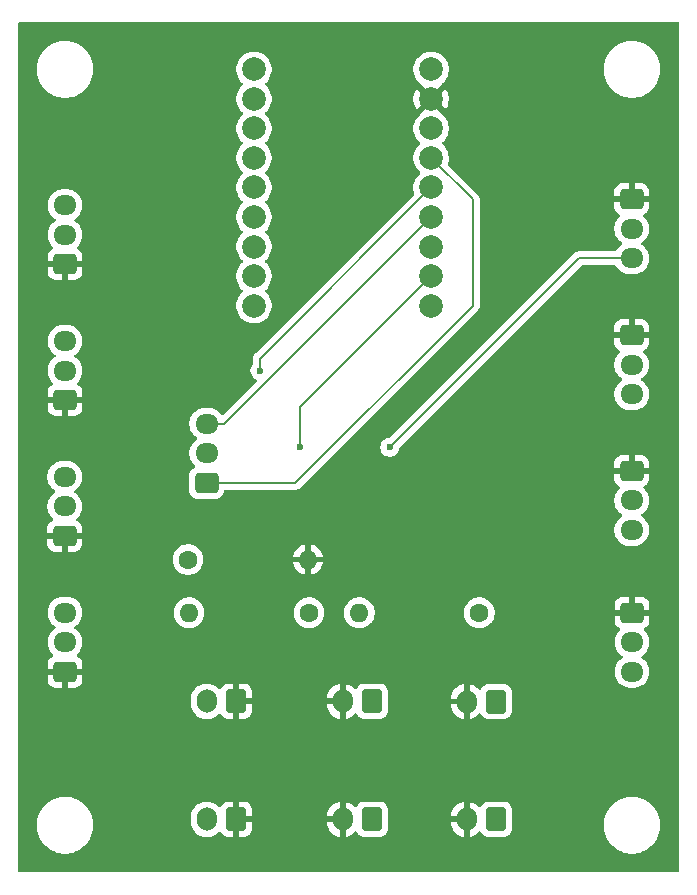
<source format=gbr>
%TF.GenerationSoftware,KiCad,Pcbnew,9.0.0*%
%TF.CreationDate,2025-05-08T14:03:21-04:00*%
%TF.ProjectId,main-pcb,6d61696e-2d70-4636-922e-6b696361645f,rev?*%
%TF.SameCoordinates,Original*%
%TF.FileFunction,Copper,L2,Bot*%
%TF.FilePolarity,Positive*%
%FSLAX46Y46*%
G04 Gerber Fmt 4.6, Leading zero omitted, Abs format (unit mm)*
G04 Created by KiCad (PCBNEW 9.0.0) date 2025-05-08 14:03:21*
%MOMM*%
%LPD*%
G01*
G04 APERTURE LIST*
G04 Aperture macros list*
%AMRoundRect*
0 Rectangle with rounded corners*
0 $1 Rounding radius*
0 $2 $3 $4 $5 $6 $7 $8 $9 X,Y pos of 4 corners*
0 Add a 4 corners polygon primitive as box body*
4,1,4,$2,$3,$4,$5,$6,$7,$8,$9,$2,$3,0*
0 Add four circle primitives for the rounded corners*
1,1,$1+$1,$2,$3*
1,1,$1+$1,$4,$5*
1,1,$1+$1,$6,$7*
1,1,$1+$1,$8,$9*
0 Add four rect primitives between the rounded corners*
20,1,$1+$1,$2,$3,$4,$5,0*
20,1,$1+$1,$4,$5,$6,$7,0*
20,1,$1+$1,$6,$7,$8,$9,0*
20,1,$1+$1,$8,$9,$2,$3,0*%
G04 Aperture macros list end*
%TA.AperFunction,ComponentPad*%
%ADD10RoundRect,0.250000X0.600000X0.750000X-0.600000X0.750000X-0.600000X-0.750000X0.600000X-0.750000X0*%
%TD*%
%TA.AperFunction,ComponentPad*%
%ADD11O,1.700000X2.000000*%
%TD*%
%TA.AperFunction,ComponentPad*%
%ADD12RoundRect,0.250000X0.725000X-0.600000X0.725000X0.600000X-0.725000X0.600000X-0.725000X-0.600000X0*%
%TD*%
%TA.AperFunction,ComponentPad*%
%ADD13O,1.950000X1.700000*%
%TD*%
%TA.AperFunction,ComponentPad*%
%ADD14C,1.600000*%
%TD*%
%TA.AperFunction,ComponentPad*%
%ADD15O,1.600000X1.600000*%
%TD*%
%TA.AperFunction,ComponentPad*%
%ADD16C,2.000000*%
%TD*%
%TA.AperFunction,ComponentPad*%
%ADD17RoundRect,0.250000X-0.725000X0.600000X-0.725000X-0.600000X0.725000X-0.600000X0.725000X0.600000X0*%
%TD*%
%TA.AperFunction,ViaPad*%
%ADD18C,0.600000*%
%TD*%
%TA.AperFunction,Conductor*%
%ADD19C,0.200000*%
%TD*%
G04 APERTURE END LIST*
D10*
%TO.P,VIN1,1,Pin_1*%
%TO.N,GND*%
X136500000Y-125000000D03*
D11*
%TO.P,VIN1,2,Pin_2*%
%TO.N,+5V*%
X134000000Y-125000000D03*
%TD*%
D12*
%TO.P,SteerFL1,1,Pin_1*%
%TO.N,GND*%
X122000000Y-78000000D03*
D13*
%TO.P,SteerFL1,2,Pin_2*%
%TO.N,+5V*%
X122000000Y-75500000D03*
%TO.P,SteerFL1,3,Pin_3*%
%TO.N,Signal_Steer_Servo_Front_Left*%
X122000000Y-73000000D03*
%TD*%
D10*
%TO.P,Light4,1,Pin_1*%
%TO.N,Net-(Light1-Pin_1)*%
X148000000Y-115000000D03*
D11*
%TO.P,Light4,2,Pin_2*%
%TO.N,GND*%
X145500000Y-115000000D03*
%TD*%
D14*
%TO.P,18K,1*%
%TO.N,Battery_Voltage_Measure*%
X132420000Y-103000000D03*
D15*
%TO.P,18K,2*%
%TO.N,GND*%
X142580000Y-103000000D03*
%TD*%
D16*
%TO.P,U1,1,GP1*%
%TO.N,Signal_Steer_Servo_Front_Left*%
X138000000Y-66500000D03*
%TO.P,U1,2,GP2*%
%TO.N,Signal_Steer_Servo_Front_Right*%
X138000000Y-69000000D03*
%TO.P,U1,3,GP3*%
%TO.N,Signal_Steer_Servo_Back_Left*%
X138000000Y-71500000D03*
%TO.P,U1,4,GP4*%
%TO.N,Signal_Steer_Servo_Back_Right*%
X138000000Y-74000000D03*
%TO.P,U1,5,GP5*%
%TO.N,Crane_Servo_Pitch*%
X138000000Y-76500000D03*
%TO.P,U1,6,GP6*%
%TO.N,Crane_Servo_Yaw*%
X138000000Y-79000000D03*
%TO.P,U1,7,GP7*%
%TO.N,Crane_Servo_Extension*%
X138000000Y-81500000D03*
%TO.P,U1,8,GP8*%
%TO.N,Crane_Servo_Elbow*%
X153000000Y-81500000D03*
%TO.P,U1,9,GP9*%
%TO.N,Battery_Voltage_Measure*%
X153000000Y-79000000D03*
%TO.P,U1,10,GP10*%
%TO.N,unconnected-(U1-GP10-Pad10)*%
X153000000Y-76500000D03*
%TO.P,U1,11,GP11*%
%TO.N,L298N_ENA*%
X153000000Y-74000000D03*
%TO.P,U1,12,GP12*%
%TO.N,L298N_IN2*%
X153000000Y-71500000D03*
%TO.P,U1,13,GP13*%
%TO.N,L298N_IN1*%
X153000000Y-69000000D03*
%TO.P,U1,14,3V3*%
%TO.N,unconnected-(U1-3V3-Pad14)*%
X153000000Y-66500000D03*
%TO.P,U1,15,GND*%
%TO.N,GND*%
X153000000Y-64000000D03*
%TO.P,U1,16,5V*%
%TO.N,+5V*%
X153000000Y-61500000D03*
%TO.P,U1,17,TX*%
%TO.N,unconnected-(U1-TX-Pad17)*%
X138000000Y-61500000D03*
%TO.P,U1,18,RX*%
%TO.N,unconnected-(U1-RX-Pad18)*%
X138000000Y-64000000D03*
%TD*%
D14*
%TO.P,10K,1*%
%TO.N,Net-(Battery1-Pin_2)*%
X142660000Y-107500000D03*
D15*
%TO.P,10K,2*%
%TO.N,Battery_Voltage_Measure*%
X132500000Y-107500000D03*
%TD*%
D17*
%TO.P,CranePitch1,1,Pin_1*%
%TO.N,GND*%
X169975000Y-95500000D03*
D13*
%TO.P,CranePitch1,2,Pin_2*%
%TO.N,+5V*%
X169975000Y-98000000D03*
%TO.P,CranePitch1,3,Pin_3*%
%TO.N,Crane_Servo_Pitch*%
X169975000Y-100500000D03*
%TD*%
D14*
%TO.P,Light Resistor,1*%
%TO.N,+5V*%
X157080000Y-107500000D03*
D15*
%TO.P,Light Resistor,2*%
%TO.N,Net-(Light1-Pin_1)*%
X146920000Y-107500000D03*
%TD*%
D10*
%TO.P,Light2,1,Pin_1*%
%TO.N,Net-(Light1-Pin_1)*%
X148000000Y-125000000D03*
D11*
%TO.P,Light2,2,Pin_2*%
%TO.N,GND*%
X145500000Y-125000000D03*
%TD*%
D12*
%TO.P,SteerFR1,1,Pin_1*%
%TO.N,GND*%
X122000000Y-89500000D03*
D13*
%TO.P,SteerFR1,2,Pin_2*%
%TO.N,+5V*%
X122000000Y-87000000D03*
%TO.P,SteerFR1,3,Pin_3*%
%TO.N,Signal_Steer_Servo_Front_Right*%
X122000000Y-84500000D03*
%TD*%
D17*
%TO.P,CraneYaw1,1,Pin_1*%
%TO.N,GND*%
X170000000Y-107500000D03*
D13*
%TO.P,CraneYaw1,2,Pin_2*%
%TO.N,+5V*%
X170000000Y-110000000D03*
%TO.P,CraneYaw1,3,Pin_3*%
%TO.N,Crane_Servo_Yaw*%
X170000000Y-112500000D03*
%TD*%
D10*
%TO.P,Battery1,1,Pin_1*%
%TO.N,GND*%
X136500000Y-115000000D03*
D11*
%TO.P,Battery1,2,Pin_2*%
%TO.N,Net-(Battery1-Pin_2)*%
X134000000Y-115000000D03*
%TD*%
D12*
%TO.P,SteerBR1,1,Pin_1*%
%TO.N,GND*%
X122000000Y-112500000D03*
D13*
%TO.P,SteerBR1,2,Pin_2*%
%TO.N,+5V*%
X122000000Y-110000000D03*
%TO.P,SteerBR1,3,Pin_3*%
%TO.N,Signal_Steer_Servo_Back_Right*%
X122000000Y-107500000D03*
%TD*%
D10*
%TO.P,Light3,1,Pin_1*%
%TO.N,Net-(Light1-Pin_1)*%
X158500000Y-115025000D03*
D11*
%TO.P,Light3,2,Pin_2*%
%TO.N,GND*%
X156000000Y-115025000D03*
%TD*%
D12*
%TO.P,SteerBL1,1,Pin_1*%
%TO.N,GND*%
X121975000Y-101000000D03*
D13*
%TO.P,SteerBL1,2,Pin_2*%
%TO.N,+5V*%
X121975000Y-98500000D03*
%TO.P,SteerBL1,3,Pin_3*%
%TO.N,Signal_Steer_Servo_Back_Left*%
X121975000Y-96000000D03*
%TD*%
D12*
%TO.P,L298N1,1,Pin_1*%
%TO.N,L298N_IN1*%
X134000000Y-96500000D03*
D13*
%TO.P,L298N1,2,Pin_2*%
%TO.N,L298N_IN2*%
X134000000Y-94000000D03*
%TO.P,L298N1,3,Pin_3*%
%TO.N,L298N_ENA*%
X134000000Y-91500000D03*
%TD*%
D10*
%TO.P,Light1,1,Pin_1*%
%TO.N,Net-(Light1-Pin_1)*%
X158500000Y-125000000D03*
D11*
%TO.P,Light1,2,Pin_2*%
%TO.N,GND*%
X156000000Y-125000000D03*
%TD*%
D17*
%TO.P,CraneExtension1,1,Pin_1*%
%TO.N,GND*%
X169975000Y-72500000D03*
D13*
%TO.P,CraneExtension1,2,Pin_2*%
%TO.N,+5V*%
X169975000Y-75000000D03*
%TO.P,CraneExtension1,3,Pin_3*%
%TO.N,Crane_Servo_Extension*%
X169975000Y-77500000D03*
%TD*%
D17*
%TO.P,CraneElbow1,1,Pin_1*%
%TO.N,GND*%
X169975000Y-84000000D03*
D13*
%TO.P,CraneElbow1,2,Pin_2*%
%TO.N,+5V*%
X169975000Y-86500000D03*
%TO.P,CraneElbow1,3,Pin_3*%
%TO.N,Crane_Servo_Elbow*%
X169975000Y-89000000D03*
%TD*%
D18*
%TO.N,L298N_IN2*%
X138500000Y-87000000D03*
%TO.N,Crane_Servo_Extension*%
X149500000Y-93500000D03*
%TO.N,Battery_Voltage_Measure*%
X141920000Y-93500000D03*
%TD*%
D19*
%TO.N,L298N_IN2*%
X138500000Y-86000000D02*
X138500000Y-87000000D01*
X153000000Y-71500000D02*
X138500000Y-86000000D01*
%TO.N,L298N_IN1*%
X156500000Y-72500000D02*
X153000000Y-69000000D01*
X134000000Y-96500000D02*
X141500000Y-96500000D01*
X141500000Y-96500000D02*
X156500000Y-81500000D01*
X156500000Y-81500000D02*
X156500000Y-72500000D01*
%TO.N,Crane_Servo_Extension*%
X169975000Y-77500000D02*
X165500000Y-77500000D01*
X165500000Y-77500000D02*
X149500000Y-93500000D01*
%TO.N,L298N_ENA*%
X153000000Y-74000000D02*
X135500000Y-91500000D01*
X135500000Y-91500000D02*
X134000000Y-91500000D01*
%TO.N,Battery_Voltage_Measure*%
X141920000Y-93500000D02*
X141920000Y-90080000D01*
X141920000Y-90080000D02*
X153000000Y-79000000D01*
%TD*%
%TA.AperFunction,Conductor*%
%TO.N,GND*%
G36*
X173942539Y-57520185D02*
G01*
X173988294Y-57572989D01*
X173999500Y-57624500D01*
X173999500Y-129375500D01*
X173979815Y-129442539D01*
X173927011Y-129488294D01*
X173875500Y-129499500D01*
X118124500Y-129499500D01*
X118057461Y-129479815D01*
X118011706Y-129427011D01*
X118000500Y-129375500D01*
X118000500Y-125365186D01*
X119599500Y-125365186D01*
X119599500Y-125634813D01*
X119629686Y-125902719D01*
X119629687Y-125902728D01*
X119629688Y-125902732D01*
X119629703Y-125902797D01*
X119689684Y-126165594D01*
X119689687Y-126165602D01*
X119778734Y-126420082D01*
X119895714Y-126662994D01*
X119895716Y-126662997D01*
X120039162Y-126891289D01*
X120207266Y-127102085D01*
X120397915Y-127292734D01*
X120608711Y-127460838D01*
X120837003Y-127604284D01*
X121079921Y-127721267D01*
X121271049Y-127788145D01*
X121334397Y-127810312D01*
X121334405Y-127810315D01*
X121334408Y-127810315D01*
X121334409Y-127810316D01*
X121597268Y-127870312D01*
X121865187Y-127900499D01*
X121865188Y-127900500D01*
X121865191Y-127900500D01*
X122134812Y-127900500D01*
X122134812Y-127900499D01*
X122402732Y-127870312D01*
X122665591Y-127810316D01*
X122920079Y-127721267D01*
X123162997Y-127604284D01*
X123391289Y-127460838D01*
X123602085Y-127292734D01*
X123792734Y-127102085D01*
X123960838Y-126891289D01*
X124104284Y-126662997D01*
X124221267Y-126420079D01*
X124310316Y-126165591D01*
X124370312Y-125902732D01*
X124400500Y-125634809D01*
X124400500Y-125365191D01*
X124370312Y-125097268D01*
X124310316Y-124834409D01*
X124278580Y-124743713D01*
X132649500Y-124743713D01*
X132649500Y-125256286D01*
X132682735Y-125466127D01*
X132682754Y-125466243D01*
X132737525Y-125634811D01*
X132748444Y-125668414D01*
X132844951Y-125857820D01*
X132969890Y-126029786D01*
X133120213Y-126180109D01*
X133292179Y-126305048D01*
X133292181Y-126305049D01*
X133292184Y-126305051D01*
X133481588Y-126401557D01*
X133683757Y-126467246D01*
X133893713Y-126500500D01*
X133893714Y-126500500D01*
X134106286Y-126500500D01*
X134106287Y-126500500D01*
X134316243Y-126467246D01*
X134518412Y-126401557D01*
X134707816Y-126305051D01*
X134826729Y-126218656D01*
X134879784Y-126180110D01*
X134879784Y-126180109D01*
X134879792Y-126180104D01*
X135018967Y-126040928D01*
X135080286Y-126007446D01*
X135149978Y-126012430D01*
X135205912Y-126054301D01*
X135212184Y-126063515D01*
X135307684Y-126218345D01*
X135431654Y-126342315D01*
X135580875Y-126434356D01*
X135580880Y-126434358D01*
X135747302Y-126489505D01*
X135747309Y-126489506D01*
X135850019Y-126499999D01*
X136249999Y-126499999D01*
X136250000Y-126499998D01*
X136250000Y-125433012D01*
X136307007Y-125465925D01*
X136434174Y-125500000D01*
X136565826Y-125500000D01*
X136692993Y-125465925D01*
X136750000Y-125433012D01*
X136750000Y-126499999D01*
X137149972Y-126499999D01*
X137149986Y-126499998D01*
X137252697Y-126489505D01*
X137419119Y-126434358D01*
X137419124Y-126434356D01*
X137568345Y-126342315D01*
X137692315Y-126218345D01*
X137784356Y-126069124D01*
X137784358Y-126069119D01*
X137839505Y-125902697D01*
X137839506Y-125902690D01*
X137849999Y-125799986D01*
X137850000Y-125799973D01*
X137850000Y-125250000D01*
X136933012Y-125250000D01*
X136965925Y-125192993D01*
X137000000Y-125065826D01*
X137000000Y-124934174D01*
X136965925Y-124807007D01*
X136933012Y-124750000D01*
X137849999Y-124750000D01*
X137849999Y-124743753D01*
X144150000Y-124743753D01*
X144150000Y-124750000D01*
X145066988Y-124750000D01*
X145034075Y-124807007D01*
X145000000Y-124934174D01*
X145000000Y-125065826D01*
X145034075Y-125192993D01*
X145066988Y-125250000D01*
X144150000Y-125250000D01*
X144150000Y-125256246D01*
X144183242Y-125466127D01*
X144183242Y-125466130D01*
X144248904Y-125668217D01*
X144345379Y-125857557D01*
X144470272Y-126029459D01*
X144470276Y-126029464D01*
X144620535Y-126179723D01*
X144620540Y-126179727D01*
X144792442Y-126304620D01*
X144981782Y-126401095D01*
X145183871Y-126466757D01*
X145250000Y-126477231D01*
X145250000Y-125433012D01*
X145307007Y-125465925D01*
X145434174Y-125500000D01*
X145565826Y-125500000D01*
X145692993Y-125465925D01*
X145750000Y-125433012D01*
X145750000Y-126477230D01*
X145816126Y-126466757D01*
X145816129Y-126466757D01*
X146018217Y-126401095D01*
X146207557Y-126304620D01*
X146379458Y-126179728D01*
X146518330Y-126040856D01*
X146579653Y-126007371D01*
X146649345Y-126012355D01*
X146705279Y-126054226D01*
X146711551Y-126063440D01*
X146715185Y-126069331D01*
X146715186Y-126069334D01*
X146807288Y-126218656D01*
X146931344Y-126342712D01*
X147080666Y-126434814D01*
X147247203Y-126489999D01*
X147349991Y-126500500D01*
X148650008Y-126500499D01*
X148752797Y-126489999D01*
X148919334Y-126434814D01*
X149068656Y-126342712D01*
X149192712Y-126218656D01*
X149284814Y-126069334D01*
X149339999Y-125902797D01*
X149350500Y-125800009D01*
X149350499Y-124743753D01*
X154650000Y-124743753D01*
X154650000Y-124750000D01*
X155566988Y-124750000D01*
X155534075Y-124807007D01*
X155500000Y-124934174D01*
X155500000Y-125065826D01*
X155534075Y-125192993D01*
X155566988Y-125250000D01*
X154650000Y-125250000D01*
X154650000Y-125256246D01*
X154683242Y-125466127D01*
X154683242Y-125466130D01*
X154748904Y-125668217D01*
X154845379Y-125857557D01*
X154970272Y-126029459D01*
X154970276Y-126029464D01*
X155120535Y-126179723D01*
X155120540Y-126179727D01*
X155292442Y-126304620D01*
X155481782Y-126401095D01*
X155683871Y-126466757D01*
X155750000Y-126477231D01*
X155750000Y-125433012D01*
X155807007Y-125465925D01*
X155934174Y-125500000D01*
X156065826Y-125500000D01*
X156192993Y-125465925D01*
X156250000Y-125433012D01*
X156250000Y-126477230D01*
X156316126Y-126466757D01*
X156316129Y-126466757D01*
X156518217Y-126401095D01*
X156707557Y-126304620D01*
X156879458Y-126179728D01*
X157018330Y-126040856D01*
X157079653Y-126007371D01*
X157149345Y-126012355D01*
X157205279Y-126054226D01*
X157211551Y-126063440D01*
X157215185Y-126069331D01*
X157215186Y-126069334D01*
X157307288Y-126218656D01*
X157431344Y-126342712D01*
X157580666Y-126434814D01*
X157747203Y-126489999D01*
X157849991Y-126500500D01*
X159150008Y-126500499D01*
X159252797Y-126489999D01*
X159419334Y-126434814D01*
X159568656Y-126342712D01*
X159692712Y-126218656D01*
X159784814Y-126069334D01*
X159839999Y-125902797D01*
X159850500Y-125800009D01*
X159850499Y-125365186D01*
X167599500Y-125365186D01*
X167599500Y-125634813D01*
X167629686Y-125902719D01*
X167629687Y-125902728D01*
X167629688Y-125902732D01*
X167629703Y-125902797D01*
X167689684Y-126165594D01*
X167689687Y-126165602D01*
X167778734Y-126420082D01*
X167895714Y-126662994D01*
X167895716Y-126662997D01*
X168039162Y-126891289D01*
X168207266Y-127102085D01*
X168397915Y-127292734D01*
X168608711Y-127460838D01*
X168837003Y-127604284D01*
X169079921Y-127721267D01*
X169271049Y-127788145D01*
X169334397Y-127810312D01*
X169334405Y-127810315D01*
X169334408Y-127810315D01*
X169334409Y-127810316D01*
X169597268Y-127870312D01*
X169865187Y-127900499D01*
X169865188Y-127900500D01*
X169865191Y-127900500D01*
X170134812Y-127900500D01*
X170134812Y-127900499D01*
X170402732Y-127870312D01*
X170665591Y-127810316D01*
X170920079Y-127721267D01*
X171162997Y-127604284D01*
X171391289Y-127460838D01*
X171602085Y-127292734D01*
X171792734Y-127102085D01*
X171960838Y-126891289D01*
X172104284Y-126662997D01*
X172221267Y-126420079D01*
X172310316Y-126165591D01*
X172370312Y-125902732D01*
X172400500Y-125634809D01*
X172400500Y-125365191D01*
X172370312Y-125097268D01*
X172310316Y-124834409D01*
X172221267Y-124579921D01*
X172104284Y-124337003D01*
X171960838Y-124108711D01*
X171792734Y-123897915D01*
X171602085Y-123707266D01*
X171586642Y-123694951D01*
X171424495Y-123565643D01*
X171391289Y-123539162D01*
X171162997Y-123395716D01*
X171162994Y-123395714D01*
X170920082Y-123278734D01*
X170665602Y-123189687D01*
X170665594Y-123189684D01*
X170468446Y-123144687D01*
X170402732Y-123129688D01*
X170402728Y-123129687D01*
X170402719Y-123129686D01*
X170134813Y-123099500D01*
X170134809Y-123099500D01*
X169865191Y-123099500D01*
X169865186Y-123099500D01*
X169597280Y-123129686D01*
X169597268Y-123129688D01*
X169334405Y-123189684D01*
X169334397Y-123189687D01*
X169079917Y-123278734D01*
X168837005Y-123395714D01*
X168608712Y-123539161D01*
X168397915Y-123707265D01*
X168207265Y-123897915D01*
X168039161Y-124108712D01*
X167895714Y-124337005D01*
X167778734Y-124579917D01*
X167689687Y-124834397D01*
X167689684Y-124834405D01*
X167629688Y-125097268D01*
X167629686Y-125097280D01*
X167599500Y-125365186D01*
X159850499Y-125365186D01*
X159850499Y-124934174D01*
X159850499Y-124199998D01*
X159850498Y-124199981D01*
X159839999Y-124097203D01*
X159839998Y-124097200D01*
X159784814Y-123930666D01*
X159692712Y-123781344D01*
X159568656Y-123657288D01*
X159419334Y-123565186D01*
X159252797Y-123510001D01*
X159252795Y-123510000D01*
X159150010Y-123499500D01*
X157849998Y-123499500D01*
X157849981Y-123499501D01*
X157747203Y-123510000D01*
X157747200Y-123510001D01*
X157580668Y-123565185D01*
X157580663Y-123565187D01*
X157431342Y-123657289D01*
X157307289Y-123781342D01*
X157211551Y-123936559D01*
X157159603Y-123983283D01*
X157090640Y-123994506D01*
X157026558Y-123966662D01*
X157018331Y-123959143D01*
X156879464Y-123820276D01*
X156879459Y-123820272D01*
X156707557Y-123695379D01*
X156518215Y-123598903D01*
X156316124Y-123533241D01*
X156250000Y-123522768D01*
X156250000Y-124566988D01*
X156192993Y-124534075D01*
X156065826Y-124500000D01*
X155934174Y-124500000D01*
X155807007Y-124534075D01*
X155750000Y-124566988D01*
X155750000Y-123522768D01*
X155749999Y-123522768D01*
X155683875Y-123533241D01*
X155481784Y-123598903D01*
X155292442Y-123695379D01*
X155120540Y-123820272D01*
X155120535Y-123820276D01*
X154970276Y-123970535D01*
X154970272Y-123970540D01*
X154845379Y-124142442D01*
X154748904Y-124331782D01*
X154683242Y-124533869D01*
X154683242Y-124533872D01*
X154650000Y-124743753D01*
X149350499Y-124743753D01*
X149350499Y-124199992D01*
X149339999Y-124097203D01*
X149284814Y-123930666D01*
X149192712Y-123781344D01*
X149068656Y-123657288D01*
X148919334Y-123565186D01*
X148752797Y-123510001D01*
X148752795Y-123510000D01*
X148650010Y-123499500D01*
X147349998Y-123499500D01*
X147349981Y-123499501D01*
X147247203Y-123510000D01*
X147247200Y-123510001D01*
X147080668Y-123565185D01*
X147080663Y-123565187D01*
X146931342Y-123657289D01*
X146807289Y-123781342D01*
X146711551Y-123936559D01*
X146659603Y-123983283D01*
X146590640Y-123994506D01*
X146526558Y-123966662D01*
X146518331Y-123959143D01*
X146379464Y-123820276D01*
X146379459Y-123820272D01*
X146207557Y-123695379D01*
X146018215Y-123598903D01*
X145816124Y-123533241D01*
X145750000Y-123522768D01*
X145750000Y-124566988D01*
X145692993Y-124534075D01*
X145565826Y-124500000D01*
X145434174Y-124500000D01*
X145307007Y-124534075D01*
X145250000Y-124566988D01*
X145250000Y-123522768D01*
X145249999Y-123522768D01*
X145183875Y-123533241D01*
X144981784Y-123598903D01*
X144792442Y-123695379D01*
X144620540Y-123820272D01*
X144620535Y-123820276D01*
X144470276Y-123970535D01*
X144470272Y-123970540D01*
X144345379Y-124142442D01*
X144248904Y-124331782D01*
X144183242Y-124533869D01*
X144183242Y-124533872D01*
X144150000Y-124743753D01*
X137849999Y-124743753D01*
X137849999Y-124200028D01*
X137849998Y-124200013D01*
X137839505Y-124097302D01*
X137784358Y-123930880D01*
X137784356Y-123930875D01*
X137692315Y-123781654D01*
X137568345Y-123657684D01*
X137419124Y-123565643D01*
X137419119Y-123565641D01*
X137252697Y-123510494D01*
X137252690Y-123510493D01*
X137149986Y-123500000D01*
X136750000Y-123500000D01*
X136750000Y-124566988D01*
X136692993Y-124534075D01*
X136565826Y-124500000D01*
X136434174Y-124500000D01*
X136307007Y-124534075D01*
X136250000Y-124566988D01*
X136250000Y-123500000D01*
X135850028Y-123500000D01*
X135850012Y-123500001D01*
X135747302Y-123510494D01*
X135580880Y-123565641D01*
X135580875Y-123565643D01*
X135431654Y-123657684D01*
X135307683Y-123781655D01*
X135307680Y-123781659D01*
X135212183Y-123936484D01*
X135160235Y-123983209D01*
X135091273Y-123994430D01*
X135027191Y-123966587D01*
X135018964Y-123959068D01*
X134879786Y-123819890D01*
X134707820Y-123694951D01*
X134518414Y-123598444D01*
X134518413Y-123598443D01*
X134518412Y-123598443D01*
X134316243Y-123532754D01*
X134316241Y-123532753D01*
X134316240Y-123532753D01*
X134154957Y-123507208D01*
X134106287Y-123499500D01*
X133893713Y-123499500D01*
X133845042Y-123507208D01*
X133683760Y-123532753D01*
X133481585Y-123598444D01*
X133292179Y-123694951D01*
X133120213Y-123819890D01*
X132969890Y-123970213D01*
X132844951Y-124142179D01*
X132748444Y-124331585D01*
X132682753Y-124533760D01*
X132649500Y-124743713D01*
X124278580Y-124743713D01*
X124221267Y-124579921D01*
X124104284Y-124337003D01*
X123960838Y-124108711D01*
X123792734Y-123897915D01*
X123602085Y-123707266D01*
X123586642Y-123694951D01*
X123424495Y-123565643D01*
X123391289Y-123539162D01*
X123162997Y-123395716D01*
X123162994Y-123395714D01*
X122920082Y-123278734D01*
X122665602Y-123189687D01*
X122665594Y-123189684D01*
X122468446Y-123144687D01*
X122402732Y-123129688D01*
X122402728Y-123129687D01*
X122402719Y-123129686D01*
X122134813Y-123099500D01*
X122134809Y-123099500D01*
X121865191Y-123099500D01*
X121865186Y-123099500D01*
X121597280Y-123129686D01*
X121597268Y-123129688D01*
X121334405Y-123189684D01*
X121334397Y-123189687D01*
X121079917Y-123278734D01*
X120837005Y-123395714D01*
X120608712Y-123539161D01*
X120397915Y-123707265D01*
X120207265Y-123897915D01*
X120039161Y-124108712D01*
X119895714Y-124337005D01*
X119778734Y-124579917D01*
X119689687Y-124834397D01*
X119689684Y-124834405D01*
X119629688Y-125097268D01*
X119629686Y-125097280D01*
X119599500Y-125365186D01*
X118000500Y-125365186D01*
X118000500Y-114743713D01*
X132649500Y-114743713D01*
X132649500Y-115256286D01*
X132682735Y-115466127D01*
X132682754Y-115466243D01*
X132701845Y-115525000D01*
X132748444Y-115668414D01*
X132844951Y-115857820D01*
X132969890Y-116029786D01*
X133120213Y-116180109D01*
X133292179Y-116305048D01*
X133292181Y-116305049D01*
X133292184Y-116305051D01*
X133481588Y-116401557D01*
X133683757Y-116467246D01*
X133893713Y-116500500D01*
X133893714Y-116500500D01*
X134106286Y-116500500D01*
X134106287Y-116500500D01*
X134316243Y-116467246D01*
X134518412Y-116401557D01*
X134707816Y-116305051D01*
X134826729Y-116218656D01*
X134879784Y-116180110D01*
X134879784Y-116180109D01*
X134879792Y-116180104D01*
X135018967Y-116040928D01*
X135080286Y-116007446D01*
X135149978Y-116012430D01*
X135205912Y-116054301D01*
X135212184Y-116063515D01*
X135307684Y-116218345D01*
X135431654Y-116342315D01*
X135580875Y-116434356D01*
X135580880Y-116434358D01*
X135747302Y-116489505D01*
X135747309Y-116489506D01*
X135850019Y-116499999D01*
X136249999Y-116499999D01*
X136250000Y-116499998D01*
X136250000Y-115433012D01*
X136307007Y-115465925D01*
X136434174Y-115500000D01*
X136565826Y-115500000D01*
X136692993Y-115465925D01*
X136750000Y-115433012D01*
X136750000Y-116499999D01*
X137149972Y-116499999D01*
X137149986Y-116499998D01*
X137252697Y-116489505D01*
X137419119Y-116434358D01*
X137419124Y-116434356D01*
X137568345Y-116342315D01*
X137692315Y-116218345D01*
X137784356Y-116069124D01*
X137784358Y-116069119D01*
X137839505Y-115902697D01*
X137839506Y-115902690D01*
X137849999Y-115799986D01*
X137850000Y-115799973D01*
X137850000Y-115250000D01*
X136933012Y-115250000D01*
X136965925Y-115192993D01*
X137000000Y-115065826D01*
X137000000Y-114934174D01*
X136965925Y-114807007D01*
X136933012Y-114750000D01*
X137849999Y-114750000D01*
X137849999Y-114743753D01*
X144150000Y-114743753D01*
X144150000Y-114750000D01*
X145066988Y-114750000D01*
X145034075Y-114807007D01*
X145000000Y-114934174D01*
X145000000Y-115065826D01*
X145034075Y-115192993D01*
X145066988Y-115250000D01*
X144150000Y-115250000D01*
X144150000Y-115256246D01*
X144183242Y-115466127D01*
X144183242Y-115466130D01*
X144248904Y-115668217D01*
X144345379Y-115857557D01*
X144470272Y-116029459D01*
X144470276Y-116029464D01*
X144620535Y-116179723D01*
X144620540Y-116179727D01*
X144792442Y-116304620D01*
X144981782Y-116401095D01*
X145183871Y-116466757D01*
X145250000Y-116477231D01*
X145250000Y-115433012D01*
X145307007Y-115465925D01*
X145434174Y-115500000D01*
X145565826Y-115500000D01*
X145692993Y-115465925D01*
X145750000Y-115433012D01*
X145750000Y-116477230D01*
X145816126Y-116466757D01*
X145816129Y-116466757D01*
X146018217Y-116401095D01*
X146207557Y-116304620D01*
X146379458Y-116179728D01*
X146518330Y-116040856D01*
X146579653Y-116007371D01*
X146649345Y-116012355D01*
X146705279Y-116054226D01*
X146711551Y-116063440D01*
X146715185Y-116069331D01*
X146715186Y-116069334D01*
X146807288Y-116218656D01*
X146931344Y-116342712D01*
X147080666Y-116434814D01*
X147247203Y-116489999D01*
X147349991Y-116500500D01*
X148650008Y-116500499D01*
X148752797Y-116489999D01*
X148919334Y-116434814D01*
X149068656Y-116342712D01*
X149192712Y-116218656D01*
X149284814Y-116069334D01*
X149339999Y-115902797D01*
X149350500Y-115800009D01*
X149350499Y-114768753D01*
X154650000Y-114768753D01*
X154650000Y-114775000D01*
X155566988Y-114775000D01*
X155534075Y-114832007D01*
X155500000Y-114959174D01*
X155500000Y-115090826D01*
X155534075Y-115217993D01*
X155566988Y-115275000D01*
X154650000Y-115275000D01*
X154650000Y-115281246D01*
X154683242Y-115491127D01*
X154683242Y-115491130D01*
X154748904Y-115693217D01*
X154845379Y-115882557D01*
X154970272Y-116054459D01*
X154970276Y-116054464D01*
X155120535Y-116204723D01*
X155120540Y-116204727D01*
X155292442Y-116329620D01*
X155481782Y-116426095D01*
X155683871Y-116491757D01*
X155750000Y-116502231D01*
X155750000Y-115458012D01*
X155807007Y-115490925D01*
X155934174Y-115525000D01*
X156065826Y-115525000D01*
X156192993Y-115490925D01*
X156250000Y-115458012D01*
X156250000Y-116502230D01*
X156316126Y-116491757D01*
X156316129Y-116491757D01*
X156518217Y-116426095D01*
X156707557Y-116329620D01*
X156879458Y-116204728D01*
X157018330Y-116065856D01*
X157079653Y-116032371D01*
X157149345Y-116037355D01*
X157205279Y-116079226D01*
X157211551Y-116088440D01*
X157215185Y-116094331D01*
X157215186Y-116094334D01*
X157307288Y-116243656D01*
X157431344Y-116367712D01*
X157580666Y-116459814D01*
X157747203Y-116514999D01*
X157849991Y-116525500D01*
X159150008Y-116525499D01*
X159252797Y-116514999D01*
X159419334Y-116459814D01*
X159568656Y-116367712D01*
X159692712Y-116243656D01*
X159784814Y-116094334D01*
X159839999Y-115927797D01*
X159850500Y-115825009D01*
X159850499Y-114224992D01*
X159839999Y-114122203D01*
X159784814Y-113955666D01*
X159692712Y-113806344D01*
X159568656Y-113682288D01*
X159433467Y-113598903D01*
X159419336Y-113590187D01*
X159419331Y-113590185D01*
X159353422Y-113568345D01*
X159252797Y-113535001D01*
X159252795Y-113535000D01*
X159150010Y-113524500D01*
X157849998Y-113524500D01*
X157849981Y-113524501D01*
X157747203Y-113535000D01*
X157747200Y-113535001D01*
X157580668Y-113590185D01*
X157580663Y-113590187D01*
X157431342Y-113682289D01*
X157307289Y-113806342D01*
X157211551Y-113961559D01*
X157159603Y-114008283D01*
X157090640Y-114019506D01*
X157026558Y-113991662D01*
X157018331Y-113984143D01*
X156879464Y-113845276D01*
X156879459Y-113845272D01*
X156707557Y-113720379D01*
X156518215Y-113623903D01*
X156316124Y-113558241D01*
X156250000Y-113547768D01*
X156250000Y-114591988D01*
X156192993Y-114559075D01*
X156065826Y-114525000D01*
X155934174Y-114525000D01*
X155807007Y-114559075D01*
X155750000Y-114591988D01*
X155750000Y-113547768D01*
X155749999Y-113547768D01*
X155683875Y-113558241D01*
X155481784Y-113623903D01*
X155292442Y-113720379D01*
X155120540Y-113845272D01*
X155120535Y-113845276D01*
X154970276Y-113995535D01*
X154970272Y-113995540D01*
X154845379Y-114167442D01*
X154748904Y-114356782D01*
X154683242Y-114558869D01*
X154683242Y-114558872D01*
X154650000Y-114768753D01*
X149350499Y-114768753D01*
X149350499Y-114199992D01*
X149339999Y-114097203D01*
X149284814Y-113930666D01*
X149192712Y-113781344D01*
X149068656Y-113657288D01*
X148919334Y-113565186D01*
X148752797Y-113510001D01*
X148752795Y-113510000D01*
X148650010Y-113499500D01*
X147349998Y-113499500D01*
X147349981Y-113499501D01*
X147247203Y-113510000D01*
X147247200Y-113510001D01*
X147080668Y-113565185D01*
X147080663Y-113565187D01*
X146931342Y-113657289D01*
X146807289Y-113781342D01*
X146711551Y-113936559D01*
X146659603Y-113983283D01*
X146590640Y-113994506D01*
X146526558Y-113966662D01*
X146518331Y-113959143D01*
X146379464Y-113820276D01*
X146379459Y-113820272D01*
X146207557Y-113695379D01*
X146018215Y-113598903D01*
X145816124Y-113533241D01*
X145750000Y-113522768D01*
X145750000Y-114566988D01*
X145692993Y-114534075D01*
X145565826Y-114500000D01*
X145434174Y-114500000D01*
X145307007Y-114534075D01*
X145250000Y-114566988D01*
X145250000Y-113522768D01*
X145249999Y-113522768D01*
X145183875Y-113533241D01*
X144981784Y-113598903D01*
X144792442Y-113695379D01*
X144620540Y-113820272D01*
X144620535Y-113820276D01*
X144470276Y-113970535D01*
X144470272Y-113970540D01*
X144345379Y-114142442D01*
X144248904Y-114331782D01*
X144183242Y-114533869D01*
X144183242Y-114533872D01*
X144150000Y-114743753D01*
X137849999Y-114743753D01*
X137849999Y-114200028D01*
X137849998Y-114200013D01*
X137839505Y-114097302D01*
X137784358Y-113930880D01*
X137784356Y-113930875D01*
X137692315Y-113781654D01*
X137568345Y-113657684D01*
X137419124Y-113565643D01*
X137419119Y-113565641D01*
X137252697Y-113510494D01*
X137252690Y-113510493D01*
X137149986Y-113500000D01*
X136750000Y-113500000D01*
X136750000Y-114566988D01*
X136692993Y-114534075D01*
X136565826Y-114500000D01*
X136434174Y-114500000D01*
X136307007Y-114534075D01*
X136250000Y-114566988D01*
X136250000Y-113500000D01*
X135850028Y-113500000D01*
X135850012Y-113500001D01*
X135747302Y-113510494D01*
X135580880Y-113565641D01*
X135580875Y-113565643D01*
X135431654Y-113657684D01*
X135307683Y-113781655D01*
X135307680Y-113781659D01*
X135212183Y-113936484D01*
X135160235Y-113983209D01*
X135091273Y-113994430D01*
X135027191Y-113966587D01*
X135018964Y-113959068D01*
X134879786Y-113819890D01*
X134707820Y-113694951D01*
X134518414Y-113598444D01*
X134518413Y-113598443D01*
X134518412Y-113598443D01*
X134316243Y-113532754D01*
X134316241Y-113532753D01*
X134316240Y-113532753D01*
X134154957Y-113507208D01*
X134106287Y-113499500D01*
X133893713Y-113499500D01*
X133845042Y-113507208D01*
X133683760Y-113532753D01*
X133481585Y-113598444D01*
X133292179Y-113694951D01*
X133120213Y-113819890D01*
X132969890Y-113970213D01*
X132844951Y-114142179D01*
X132748444Y-114331585D01*
X132682753Y-114533760D01*
X132649500Y-114743713D01*
X118000500Y-114743713D01*
X118000500Y-107393713D01*
X120524500Y-107393713D01*
X120524500Y-107606286D01*
X120557753Y-107816239D01*
X120623444Y-108018414D01*
X120719951Y-108207820D01*
X120844890Y-108379786D01*
X120995209Y-108530105D01*
X120995214Y-108530109D01*
X121159793Y-108649682D01*
X121202459Y-108705011D01*
X121208438Y-108774625D01*
X121175833Y-108836420D01*
X121159793Y-108850318D01*
X120995214Y-108969890D01*
X120995209Y-108969894D01*
X120844890Y-109120213D01*
X120719951Y-109292179D01*
X120623444Y-109481585D01*
X120557753Y-109683760D01*
X120524500Y-109893713D01*
X120524500Y-110106286D01*
X120557753Y-110316239D01*
X120623444Y-110518414D01*
X120719951Y-110707820D01*
X120844890Y-110879786D01*
X120984068Y-111018964D01*
X121017553Y-111080287D01*
X121012569Y-111149979D01*
X120970697Y-111205912D01*
X120961484Y-111212183D01*
X120806659Y-111307680D01*
X120806655Y-111307683D01*
X120682684Y-111431654D01*
X120590643Y-111580875D01*
X120590641Y-111580880D01*
X120535494Y-111747302D01*
X120535493Y-111747309D01*
X120525000Y-111850013D01*
X120525000Y-112250000D01*
X121595854Y-112250000D01*
X121557370Y-112316657D01*
X121525000Y-112437465D01*
X121525000Y-112562535D01*
X121557370Y-112683343D01*
X121595854Y-112750000D01*
X120525001Y-112750000D01*
X120525001Y-113149986D01*
X120535494Y-113252697D01*
X120590641Y-113419119D01*
X120590643Y-113419124D01*
X120682684Y-113568345D01*
X120806654Y-113692315D01*
X120955875Y-113784356D01*
X120955880Y-113784358D01*
X121122302Y-113839505D01*
X121122309Y-113839506D01*
X121225019Y-113849999D01*
X121749999Y-113849999D01*
X121750000Y-113849998D01*
X121750000Y-112904145D01*
X121816657Y-112942630D01*
X121937465Y-112975000D01*
X122062535Y-112975000D01*
X122183343Y-112942630D01*
X122250000Y-112904145D01*
X122250000Y-113849999D01*
X122774972Y-113849999D01*
X122774986Y-113849998D01*
X122877697Y-113839505D01*
X123044119Y-113784358D01*
X123044124Y-113784356D01*
X123193345Y-113692315D01*
X123317315Y-113568345D01*
X123409356Y-113419124D01*
X123409358Y-113419119D01*
X123464505Y-113252697D01*
X123464506Y-113252690D01*
X123474999Y-113149986D01*
X123475000Y-113149973D01*
X123475000Y-112750000D01*
X122404146Y-112750000D01*
X122442630Y-112683343D01*
X122475000Y-112562535D01*
X122475000Y-112437465D01*
X122442630Y-112316657D01*
X122404146Y-112250000D01*
X123474999Y-112250000D01*
X123474999Y-111850028D01*
X123474998Y-111850013D01*
X123464505Y-111747302D01*
X123409358Y-111580880D01*
X123409356Y-111580875D01*
X123317315Y-111431654D01*
X123193345Y-111307684D01*
X123038515Y-111212184D01*
X122991791Y-111160236D01*
X122980568Y-111091273D01*
X123008412Y-111027191D01*
X123015909Y-111018986D01*
X123155104Y-110879792D01*
X123280051Y-110707816D01*
X123376557Y-110518412D01*
X123442246Y-110316243D01*
X123475500Y-110106287D01*
X123475500Y-109893713D01*
X168524500Y-109893713D01*
X168524500Y-110106286D01*
X168557753Y-110316239D01*
X168623444Y-110518414D01*
X168719951Y-110707820D01*
X168844890Y-110879786D01*
X168995209Y-111030105D01*
X168995214Y-111030109D01*
X169159793Y-111149682D01*
X169202459Y-111205011D01*
X169208438Y-111274625D01*
X169175833Y-111336420D01*
X169159793Y-111350318D01*
X168995214Y-111469890D01*
X168995209Y-111469894D01*
X168844890Y-111620213D01*
X168719951Y-111792179D01*
X168623444Y-111981585D01*
X168557753Y-112183760D01*
X168524500Y-112393713D01*
X168524500Y-112606286D01*
X168557753Y-112816239D01*
X168623444Y-113018414D01*
X168719951Y-113207820D01*
X168844890Y-113379786D01*
X168995213Y-113530109D01*
X169167179Y-113655048D01*
X169167181Y-113655049D01*
X169167184Y-113655051D01*
X169356588Y-113751557D01*
X169558757Y-113817246D01*
X169768713Y-113850500D01*
X169768714Y-113850500D01*
X170231286Y-113850500D01*
X170231287Y-113850500D01*
X170441243Y-113817246D01*
X170643412Y-113751557D01*
X170832816Y-113655051D01*
X170910098Y-113598903D01*
X171004786Y-113530109D01*
X171004788Y-113530106D01*
X171004792Y-113530104D01*
X171155104Y-113379792D01*
X171155106Y-113379788D01*
X171155109Y-113379786D01*
X171280048Y-113207820D01*
X171280047Y-113207820D01*
X171280051Y-113207816D01*
X171376557Y-113018412D01*
X171442246Y-112816243D01*
X171475500Y-112606287D01*
X171475500Y-112393713D01*
X171442246Y-112183757D01*
X171376557Y-111981588D01*
X171280051Y-111792184D01*
X171280049Y-111792181D01*
X171280048Y-111792179D01*
X171155109Y-111620213D01*
X171004792Y-111469896D01*
X170952156Y-111431654D01*
X170840204Y-111350316D01*
X170797540Y-111294989D01*
X170791561Y-111225376D01*
X170824166Y-111163580D01*
X170840199Y-111149686D01*
X171004792Y-111030104D01*
X171155104Y-110879792D01*
X171155106Y-110879788D01*
X171155109Y-110879786D01*
X171280048Y-110707820D01*
X171280047Y-110707820D01*
X171280051Y-110707816D01*
X171376557Y-110518412D01*
X171442246Y-110316243D01*
X171475500Y-110106287D01*
X171475500Y-109893713D01*
X171442246Y-109683757D01*
X171376557Y-109481588D01*
X171280051Y-109292184D01*
X171280049Y-109292181D01*
X171280048Y-109292179D01*
X171155109Y-109120213D01*
X171015931Y-108981035D01*
X170982446Y-108919712D01*
X170987430Y-108850020D01*
X171029302Y-108794087D01*
X171038516Y-108787815D01*
X171193343Y-108692317D01*
X171317315Y-108568345D01*
X171409356Y-108419124D01*
X171409358Y-108419119D01*
X171464505Y-108252697D01*
X171464506Y-108252690D01*
X171474999Y-108149986D01*
X171475000Y-108149973D01*
X171475000Y-107750000D01*
X170404146Y-107750000D01*
X170442630Y-107683343D01*
X170475000Y-107562535D01*
X170475000Y-107437465D01*
X170442630Y-107316657D01*
X170404146Y-107250000D01*
X171474999Y-107250000D01*
X171474999Y-106850028D01*
X171474998Y-106850013D01*
X171464505Y-106747302D01*
X171409358Y-106580880D01*
X171409356Y-106580875D01*
X171317315Y-106431654D01*
X171193345Y-106307684D01*
X171044124Y-106215643D01*
X171044119Y-106215641D01*
X170877697Y-106160494D01*
X170877690Y-106160493D01*
X170774986Y-106150000D01*
X170250000Y-106150000D01*
X170250000Y-107095854D01*
X170183343Y-107057370D01*
X170062535Y-107025000D01*
X169937465Y-107025000D01*
X169816657Y-107057370D01*
X169750000Y-107095854D01*
X169750000Y-106150000D01*
X169225028Y-106150000D01*
X169225012Y-106150001D01*
X169122302Y-106160494D01*
X168955880Y-106215641D01*
X168955875Y-106215643D01*
X168806654Y-106307684D01*
X168682684Y-106431654D01*
X168590643Y-106580875D01*
X168590641Y-106580880D01*
X168535494Y-106747302D01*
X168535493Y-106747309D01*
X168525000Y-106850013D01*
X168525000Y-107250000D01*
X169595854Y-107250000D01*
X169557370Y-107316657D01*
X169525000Y-107437465D01*
X169525000Y-107562535D01*
X169557370Y-107683343D01*
X169595854Y-107750000D01*
X168525001Y-107750000D01*
X168525001Y-108149986D01*
X168535494Y-108252697D01*
X168590641Y-108419119D01*
X168590643Y-108419124D01*
X168682684Y-108568345D01*
X168806654Y-108692315D01*
X168961484Y-108787815D01*
X169008208Y-108839763D01*
X169019431Y-108908726D01*
X168991587Y-108972808D01*
X168984069Y-108981035D01*
X168844889Y-109120215D01*
X168719951Y-109292179D01*
X168623444Y-109481585D01*
X168557753Y-109683760D01*
X168524500Y-109893713D01*
X123475500Y-109893713D01*
X123442246Y-109683757D01*
X123376557Y-109481588D01*
X123280051Y-109292184D01*
X123280049Y-109292181D01*
X123280048Y-109292179D01*
X123155109Y-109120213D01*
X123004792Y-108969896D01*
X122920598Y-108908726D01*
X122840204Y-108850316D01*
X122797540Y-108794989D01*
X122791561Y-108725376D01*
X122824166Y-108663580D01*
X122840199Y-108649686D01*
X123004792Y-108530104D01*
X123155104Y-108379792D01*
X123155106Y-108379788D01*
X123155109Y-108379786D01*
X123280048Y-108207820D01*
X123280047Y-108207820D01*
X123280051Y-108207816D01*
X123376557Y-108018412D01*
X123442246Y-107816243D01*
X123475500Y-107606287D01*
X123475500Y-107397648D01*
X131199500Y-107397648D01*
X131199500Y-107602351D01*
X131231522Y-107804534D01*
X131294781Y-107999223D01*
X131387715Y-108181613D01*
X131508028Y-108347213D01*
X131652786Y-108491971D01*
X131807749Y-108604556D01*
X131818390Y-108612287D01*
X131891425Y-108649500D01*
X132000776Y-108705218D01*
X132000778Y-108705218D01*
X132000781Y-108705220D01*
X132062815Y-108725376D01*
X132195465Y-108768477D01*
X132234282Y-108774625D01*
X132397648Y-108800500D01*
X132397649Y-108800500D01*
X132602351Y-108800500D01*
X132602352Y-108800500D01*
X132804534Y-108768477D01*
X132999219Y-108705220D01*
X133181610Y-108612287D01*
X133294726Y-108530104D01*
X133347213Y-108491971D01*
X133347215Y-108491968D01*
X133347219Y-108491966D01*
X133491966Y-108347219D01*
X133491968Y-108347215D01*
X133491971Y-108347213D01*
X133544732Y-108274590D01*
X133612287Y-108181610D01*
X133705220Y-107999219D01*
X133768477Y-107804534D01*
X133800500Y-107602352D01*
X133800500Y-107397648D01*
X141359500Y-107397648D01*
X141359500Y-107602351D01*
X141391522Y-107804534D01*
X141454781Y-107999223D01*
X141547715Y-108181613D01*
X141668028Y-108347213D01*
X141812786Y-108491971D01*
X141967749Y-108604556D01*
X141978390Y-108612287D01*
X142051425Y-108649500D01*
X142160776Y-108705218D01*
X142160778Y-108705218D01*
X142160781Y-108705220D01*
X142222815Y-108725376D01*
X142355465Y-108768477D01*
X142394282Y-108774625D01*
X142557648Y-108800500D01*
X142557649Y-108800500D01*
X142762351Y-108800500D01*
X142762352Y-108800500D01*
X142964534Y-108768477D01*
X143159219Y-108705220D01*
X143341610Y-108612287D01*
X143454726Y-108530104D01*
X143507213Y-108491971D01*
X143507215Y-108491968D01*
X143507219Y-108491966D01*
X143651966Y-108347219D01*
X143651968Y-108347215D01*
X143651971Y-108347213D01*
X143704732Y-108274590D01*
X143772287Y-108181610D01*
X143865220Y-107999219D01*
X143928477Y-107804534D01*
X143960500Y-107602352D01*
X143960500Y-107397648D01*
X145619500Y-107397648D01*
X145619500Y-107602351D01*
X145651522Y-107804534D01*
X145714781Y-107999223D01*
X145807715Y-108181613D01*
X145928028Y-108347213D01*
X146072786Y-108491971D01*
X146227749Y-108604556D01*
X146238390Y-108612287D01*
X146311425Y-108649500D01*
X146420776Y-108705218D01*
X146420778Y-108705218D01*
X146420781Y-108705220D01*
X146482815Y-108725376D01*
X146615465Y-108768477D01*
X146654282Y-108774625D01*
X146817648Y-108800500D01*
X146817649Y-108800500D01*
X147022351Y-108800500D01*
X147022352Y-108800500D01*
X147224534Y-108768477D01*
X147419219Y-108705220D01*
X147601610Y-108612287D01*
X147714726Y-108530104D01*
X147767213Y-108491971D01*
X147767215Y-108491968D01*
X147767219Y-108491966D01*
X147911966Y-108347219D01*
X147911968Y-108347215D01*
X147911971Y-108347213D01*
X147964732Y-108274590D01*
X148032287Y-108181610D01*
X148125220Y-107999219D01*
X148188477Y-107804534D01*
X148220500Y-107602352D01*
X148220500Y-107397648D01*
X155779500Y-107397648D01*
X155779500Y-107602351D01*
X155811522Y-107804534D01*
X155874781Y-107999223D01*
X155967715Y-108181613D01*
X156088028Y-108347213D01*
X156232786Y-108491971D01*
X156387749Y-108604556D01*
X156398390Y-108612287D01*
X156471425Y-108649500D01*
X156580776Y-108705218D01*
X156580778Y-108705218D01*
X156580781Y-108705220D01*
X156642815Y-108725376D01*
X156775465Y-108768477D01*
X156814282Y-108774625D01*
X156977648Y-108800500D01*
X156977649Y-108800500D01*
X157182351Y-108800500D01*
X157182352Y-108800500D01*
X157384534Y-108768477D01*
X157579219Y-108705220D01*
X157761610Y-108612287D01*
X157874726Y-108530104D01*
X157927213Y-108491971D01*
X157927215Y-108491968D01*
X157927219Y-108491966D01*
X158071966Y-108347219D01*
X158071968Y-108347215D01*
X158071971Y-108347213D01*
X158124732Y-108274590D01*
X158192287Y-108181610D01*
X158285220Y-107999219D01*
X158348477Y-107804534D01*
X158380500Y-107602352D01*
X158380500Y-107397648D01*
X158367672Y-107316657D01*
X158348477Y-107195465D01*
X158285218Y-107000776D01*
X158235479Y-106903159D01*
X158208407Y-106850028D01*
X158192287Y-106818390D01*
X158184556Y-106807749D01*
X158071971Y-106652786D01*
X157927213Y-106508028D01*
X157761613Y-106387715D01*
X157761612Y-106387714D01*
X157761610Y-106387713D01*
X157677681Y-106344949D01*
X157579223Y-106294781D01*
X157384534Y-106231522D01*
X157209995Y-106203878D01*
X157182352Y-106199500D01*
X156977648Y-106199500D01*
X156953329Y-106203351D01*
X156775465Y-106231522D01*
X156580776Y-106294781D01*
X156398386Y-106387715D01*
X156232786Y-106508028D01*
X156088028Y-106652786D01*
X155967715Y-106818386D01*
X155874781Y-107000776D01*
X155811522Y-107195465D01*
X155779500Y-107397648D01*
X148220500Y-107397648D01*
X148207672Y-107316657D01*
X148188477Y-107195465D01*
X148125218Y-107000776D01*
X148048407Y-106850028D01*
X148032287Y-106818390D01*
X148024556Y-106807749D01*
X147911971Y-106652786D01*
X147767213Y-106508028D01*
X147601613Y-106387715D01*
X147601612Y-106387714D01*
X147601610Y-106387713D01*
X147517681Y-106344949D01*
X147419223Y-106294781D01*
X147224534Y-106231522D01*
X147049995Y-106203878D01*
X147022352Y-106199500D01*
X146817648Y-106199500D01*
X146793329Y-106203351D01*
X146615465Y-106231522D01*
X146420776Y-106294781D01*
X146238386Y-106387715D01*
X146072786Y-106508028D01*
X145928028Y-106652786D01*
X145807715Y-106818386D01*
X145714781Y-107000776D01*
X145651522Y-107195465D01*
X145619500Y-107397648D01*
X143960500Y-107397648D01*
X143947672Y-107316657D01*
X143928477Y-107195465D01*
X143865218Y-107000776D01*
X143788407Y-106850028D01*
X143772287Y-106818390D01*
X143764556Y-106807749D01*
X143651971Y-106652786D01*
X143507213Y-106508028D01*
X143341613Y-106387715D01*
X143341612Y-106387714D01*
X143341610Y-106387713D01*
X143257681Y-106344949D01*
X143159223Y-106294781D01*
X142964534Y-106231522D01*
X142789995Y-106203878D01*
X142762352Y-106199500D01*
X142557648Y-106199500D01*
X142533329Y-106203351D01*
X142355465Y-106231522D01*
X142160776Y-106294781D01*
X141978386Y-106387715D01*
X141812786Y-106508028D01*
X141668028Y-106652786D01*
X141547715Y-106818386D01*
X141454781Y-107000776D01*
X141391522Y-107195465D01*
X141359500Y-107397648D01*
X133800500Y-107397648D01*
X133787672Y-107316657D01*
X133768477Y-107195465D01*
X133705218Y-107000776D01*
X133628407Y-106850028D01*
X133612287Y-106818390D01*
X133604556Y-106807749D01*
X133491971Y-106652786D01*
X133347213Y-106508028D01*
X133181613Y-106387715D01*
X133181612Y-106387714D01*
X133181610Y-106387713D01*
X133097681Y-106344949D01*
X132999223Y-106294781D01*
X132804534Y-106231522D01*
X132629995Y-106203878D01*
X132602352Y-106199500D01*
X132397648Y-106199500D01*
X132373329Y-106203351D01*
X132195465Y-106231522D01*
X132000776Y-106294781D01*
X131818386Y-106387715D01*
X131652786Y-106508028D01*
X131508028Y-106652786D01*
X131387715Y-106818386D01*
X131294781Y-107000776D01*
X131231522Y-107195465D01*
X131199500Y-107397648D01*
X123475500Y-107397648D01*
X123475500Y-107393713D01*
X123442246Y-107183757D01*
X123376557Y-106981588D01*
X123280051Y-106792184D01*
X123280049Y-106792181D01*
X123280048Y-106792179D01*
X123155109Y-106620213D01*
X123004786Y-106469890D01*
X122832820Y-106344951D01*
X122643414Y-106248444D01*
X122643413Y-106248443D01*
X122643412Y-106248443D01*
X122441243Y-106182754D01*
X122441241Y-106182753D01*
X122441240Y-106182753D01*
X122279957Y-106157208D01*
X122231287Y-106149500D01*
X121768713Y-106149500D01*
X121720042Y-106157208D01*
X121558760Y-106182753D01*
X121356585Y-106248444D01*
X121167179Y-106344951D01*
X120995213Y-106469890D01*
X120844890Y-106620213D01*
X120719951Y-106792179D01*
X120623444Y-106981585D01*
X120557753Y-107183760D01*
X120524500Y-107393713D01*
X118000500Y-107393713D01*
X118000500Y-102897648D01*
X131119500Y-102897648D01*
X131119500Y-103102351D01*
X131151522Y-103304534D01*
X131214781Y-103499223D01*
X131307715Y-103681613D01*
X131428028Y-103847213D01*
X131572786Y-103991971D01*
X131727749Y-104104556D01*
X131738390Y-104112287D01*
X131854607Y-104171503D01*
X131920776Y-104205218D01*
X131920778Y-104205218D01*
X131920781Y-104205220D01*
X132025137Y-104239127D01*
X132115465Y-104268477D01*
X132216557Y-104284488D01*
X132317648Y-104300500D01*
X132317649Y-104300500D01*
X132522351Y-104300500D01*
X132522352Y-104300500D01*
X132724534Y-104268477D01*
X132919219Y-104205220D01*
X133101610Y-104112287D01*
X133194590Y-104044732D01*
X133267213Y-103991971D01*
X133267215Y-103991968D01*
X133267219Y-103991966D01*
X133411966Y-103847219D01*
X133411968Y-103847215D01*
X133411971Y-103847213D01*
X133464732Y-103774590D01*
X133532287Y-103681610D01*
X133625220Y-103499219D01*
X133688477Y-103304534D01*
X133720500Y-103102352D01*
X133720500Y-102897648D01*
X133697114Y-102750000D01*
X141303391Y-102750000D01*
X142264314Y-102750000D01*
X142259920Y-102754394D01*
X142207259Y-102845606D01*
X142180000Y-102947339D01*
X142180000Y-103052661D01*
X142207259Y-103154394D01*
X142259920Y-103245606D01*
X142264314Y-103250000D01*
X141303391Y-103250000D01*
X141312009Y-103304413D01*
X141375244Y-103499029D01*
X141468140Y-103681349D01*
X141588417Y-103846894D01*
X141588417Y-103846895D01*
X141733104Y-103991582D01*
X141898650Y-104111859D01*
X142080968Y-104204754D01*
X142275578Y-104267988D01*
X142330000Y-104276607D01*
X142330000Y-103315686D01*
X142334394Y-103320080D01*
X142425606Y-103372741D01*
X142527339Y-103400000D01*
X142632661Y-103400000D01*
X142734394Y-103372741D01*
X142825606Y-103320080D01*
X142830000Y-103315686D01*
X142830000Y-104276606D01*
X142884421Y-104267988D01*
X143079031Y-104204754D01*
X143261349Y-104111859D01*
X143426894Y-103991582D01*
X143426895Y-103991582D01*
X143571582Y-103846895D01*
X143571582Y-103846894D01*
X143691859Y-103681349D01*
X143784755Y-103499029D01*
X143847990Y-103304413D01*
X143856609Y-103250000D01*
X142895686Y-103250000D01*
X142900080Y-103245606D01*
X142952741Y-103154394D01*
X142980000Y-103052661D01*
X142980000Y-102947339D01*
X142952741Y-102845606D01*
X142900080Y-102754394D01*
X142895686Y-102750000D01*
X143856609Y-102750000D01*
X143847990Y-102695586D01*
X143784755Y-102500970D01*
X143691859Y-102318650D01*
X143571582Y-102153105D01*
X143571582Y-102153104D01*
X143426895Y-102008417D01*
X143261349Y-101888140D01*
X143079029Y-101795244D01*
X142884413Y-101732009D01*
X142830000Y-101723390D01*
X142830000Y-102684314D01*
X142825606Y-102679920D01*
X142734394Y-102627259D01*
X142632661Y-102600000D01*
X142527339Y-102600000D01*
X142425606Y-102627259D01*
X142334394Y-102679920D01*
X142330000Y-102684314D01*
X142330000Y-101723390D01*
X142275586Y-101732009D01*
X142080970Y-101795244D01*
X141898650Y-101888140D01*
X141733105Y-102008417D01*
X141733104Y-102008417D01*
X141588417Y-102153104D01*
X141588417Y-102153105D01*
X141468140Y-102318650D01*
X141375244Y-102500970D01*
X141312009Y-102695586D01*
X141303391Y-102750000D01*
X133697114Y-102750000D01*
X133688477Y-102695466D01*
X133625220Y-102500781D01*
X133625218Y-102500778D01*
X133625218Y-102500776D01*
X133591503Y-102434607D01*
X133532287Y-102318390D01*
X133507560Y-102284356D01*
X133411971Y-102152786D01*
X133267213Y-102008028D01*
X133101613Y-101887715D01*
X133101612Y-101887714D01*
X133101610Y-101887713D01*
X133044653Y-101858691D01*
X132919223Y-101794781D01*
X132724534Y-101731522D01*
X132549995Y-101703878D01*
X132522352Y-101699500D01*
X132317648Y-101699500D01*
X132293329Y-101703351D01*
X132115465Y-101731522D01*
X131920776Y-101794781D01*
X131738386Y-101887715D01*
X131572786Y-102008028D01*
X131428028Y-102152786D01*
X131307715Y-102318386D01*
X131214781Y-102500776D01*
X131151522Y-102695465D01*
X131119500Y-102897648D01*
X118000500Y-102897648D01*
X118000500Y-95893713D01*
X120499500Y-95893713D01*
X120499500Y-96106287D01*
X120532754Y-96316243D01*
X120566182Y-96419124D01*
X120598444Y-96518414D01*
X120694951Y-96707820D01*
X120819890Y-96879786D01*
X120970208Y-97030104D01*
X120970214Y-97030109D01*
X121134793Y-97149682D01*
X121177459Y-97205011D01*
X121183438Y-97274625D01*
X121150833Y-97336420D01*
X121134793Y-97350318D01*
X120970214Y-97469890D01*
X120970209Y-97469894D01*
X120819890Y-97620213D01*
X120694951Y-97792179D01*
X120598444Y-97981585D01*
X120532753Y-98183760D01*
X120511771Y-98316239D01*
X120499500Y-98393713D01*
X120499500Y-98606287D01*
X120532754Y-98816243D01*
X120553402Y-98879792D01*
X120598444Y-99018414D01*
X120694951Y-99207820D01*
X120819890Y-99379786D01*
X120959068Y-99518964D01*
X120992553Y-99580287D01*
X120987569Y-99649979D01*
X120945697Y-99705912D01*
X120936484Y-99712183D01*
X120781659Y-99807680D01*
X120781655Y-99807683D01*
X120657684Y-99931654D01*
X120565643Y-100080875D01*
X120565641Y-100080880D01*
X120510494Y-100247302D01*
X120510493Y-100247309D01*
X120500000Y-100350013D01*
X120500000Y-100750000D01*
X121570854Y-100750000D01*
X121532370Y-100816657D01*
X121500000Y-100937465D01*
X121500000Y-101062535D01*
X121532370Y-101183343D01*
X121570854Y-101250000D01*
X120500001Y-101250000D01*
X120500001Y-101649986D01*
X120510494Y-101752697D01*
X120565641Y-101919119D01*
X120565643Y-101919124D01*
X120657684Y-102068345D01*
X120781654Y-102192315D01*
X120930875Y-102284356D01*
X120930880Y-102284358D01*
X121097302Y-102339505D01*
X121097309Y-102339506D01*
X121200019Y-102349999D01*
X121724999Y-102349999D01*
X121725000Y-102349998D01*
X121725000Y-101404145D01*
X121791657Y-101442630D01*
X121912465Y-101475000D01*
X122037535Y-101475000D01*
X122158343Y-101442630D01*
X122225000Y-101404145D01*
X122225000Y-102349999D01*
X122749972Y-102349999D01*
X122749986Y-102349998D01*
X122852697Y-102339505D01*
X123019119Y-102284358D01*
X123019124Y-102284356D01*
X123168345Y-102192315D01*
X123292315Y-102068345D01*
X123384356Y-101919124D01*
X123384358Y-101919119D01*
X123439505Y-101752697D01*
X123439506Y-101752690D01*
X123449999Y-101649986D01*
X123450000Y-101649973D01*
X123450000Y-101250000D01*
X122379146Y-101250000D01*
X122417630Y-101183343D01*
X122450000Y-101062535D01*
X122450000Y-100937465D01*
X122417630Y-100816657D01*
X122379146Y-100750000D01*
X123449999Y-100750000D01*
X123449999Y-100350028D01*
X123449998Y-100350013D01*
X123439505Y-100247302D01*
X123384358Y-100080880D01*
X123384356Y-100080875D01*
X123292315Y-99931654D01*
X123168345Y-99807684D01*
X123013515Y-99712184D01*
X122966791Y-99660236D01*
X122955568Y-99591273D01*
X122983412Y-99527191D01*
X122990909Y-99518986D01*
X123130104Y-99379792D01*
X123255051Y-99207816D01*
X123351557Y-99018412D01*
X123417246Y-98816243D01*
X123450500Y-98606287D01*
X123450500Y-98393713D01*
X123417246Y-98183757D01*
X123351557Y-97981588D01*
X123306783Y-97893713D01*
X168499500Y-97893713D01*
X168499500Y-98106286D01*
X168532753Y-98316239D01*
X168598444Y-98518414D01*
X168694951Y-98707820D01*
X168819890Y-98879786D01*
X168970209Y-99030105D01*
X168970214Y-99030109D01*
X169134793Y-99149682D01*
X169177459Y-99205011D01*
X169183438Y-99274625D01*
X169150833Y-99336420D01*
X169134793Y-99350318D01*
X168970214Y-99469890D01*
X168970209Y-99469894D01*
X168819890Y-99620213D01*
X168694951Y-99792179D01*
X168598444Y-99981585D01*
X168532753Y-100183760D01*
X168499500Y-100393713D01*
X168499500Y-100606286D01*
X168532753Y-100816239D01*
X168598444Y-101018414D01*
X168694951Y-101207820D01*
X168819890Y-101379786D01*
X168970213Y-101530109D01*
X169142179Y-101655048D01*
X169142181Y-101655049D01*
X169142184Y-101655051D01*
X169331588Y-101751557D01*
X169533757Y-101817246D01*
X169743713Y-101850500D01*
X169743714Y-101850500D01*
X170206286Y-101850500D01*
X170206287Y-101850500D01*
X170416243Y-101817246D01*
X170618412Y-101751557D01*
X170807816Y-101655051D01*
X170829789Y-101639086D01*
X170979786Y-101530109D01*
X170979788Y-101530106D01*
X170979792Y-101530104D01*
X171130104Y-101379792D01*
X171130106Y-101379788D01*
X171130109Y-101379786D01*
X171255048Y-101207820D01*
X171255047Y-101207820D01*
X171255051Y-101207816D01*
X171351557Y-101018412D01*
X171417246Y-100816243D01*
X171450500Y-100606287D01*
X171450500Y-100393713D01*
X171417246Y-100183757D01*
X171351557Y-99981588D01*
X171255051Y-99792184D01*
X171255049Y-99792181D01*
X171255048Y-99792179D01*
X171130109Y-99620213D01*
X170979792Y-99469896D01*
X170979784Y-99469890D01*
X170815204Y-99350316D01*
X170772540Y-99294989D01*
X170766561Y-99225376D01*
X170799166Y-99163580D01*
X170815199Y-99149686D01*
X170979792Y-99030104D01*
X171130104Y-98879792D01*
X171130106Y-98879788D01*
X171130109Y-98879786D01*
X171255048Y-98707820D01*
X171255047Y-98707820D01*
X171255051Y-98707816D01*
X171351557Y-98518412D01*
X171417246Y-98316243D01*
X171450500Y-98106287D01*
X171450500Y-97893713D01*
X171417246Y-97683757D01*
X171351557Y-97481588D01*
X171255051Y-97292184D01*
X171255049Y-97292181D01*
X171255048Y-97292179D01*
X171130109Y-97120213D01*
X170990931Y-96981035D01*
X170957446Y-96919712D01*
X170962430Y-96850020D01*
X171004302Y-96794087D01*
X171013516Y-96787815D01*
X171168343Y-96692317D01*
X171292315Y-96568345D01*
X171384356Y-96419124D01*
X171384358Y-96419119D01*
X171439505Y-96252697D01*
X171439506Y-96252690D01*
X171449999Y-96149986D01*
X171450000Y-96149973D01*
X171450000Y-95750000D01*
X170379146Y-95750000D01*
X170417630Y-95683343D01*
X170450000Y-95562535D01*
X170450000Y-95437465D01*
X170417630Y-95316657D01*
X170379146Y-95250000D01*
X171449999Y-95250000D01*
X171449999Y-94850028D01*
X171449998Y-94850013D01*
X171439505Y-94747302D01*
X171384358Y-94580880D01*
X171384356Y-94580875D01*
X171292315Y-94431654D01*
X171168345Y-94307684D01*
X171019124Y-94215643D01*
X171019119Y-94215641D01*
X170852697Y-94160494D01*
X170852690Y-94160493D01*
X170749986Y-94150000D01*
X170225000Y-94150000D01*
X170225000Y-95095854D01*
X170158343Y-95057370D01*
X170037535Y-95025000D01*
X169912465Y-95025000D01*
X169791657Y-95057370D01*
X169725000Y-95095854D01*
X169725000Y-94150000D01*
X169200028Y-94150000D01*
X169200012Y-94150001D01*
X169097302Y-94160494D01*
X168930880Y-94215641D01*
X168930875Y-94215643D01*
X168781654Y-94307684D01*
X168657684Y-94431654D01*
X168565643Y-94580875D01*
X168565641Y-94580880D01*
X168510494Y-94747302D01*
X168510493Y-94747309D01*
X168500000Y-94850013D01*
X168500000Y-95250000D01*
X169570854Y-95250000D01*
X169532370Y-95316657D01*
X169500000Y-95437465D01*
X169500000Y-95562535D01*
X169532370Y-95683343D01*
X169570854Y-95750000D01*
X168500001Y-95750000D01*
X168500001Y-96149986D01*
X168510494Y-96252697D01*
X168565641Y-96419119D01*
X168565643Y-96419124D01*
X168657684Y-96568345D01*
X168781654Y-96692315D01*
X168936484Y-96787815D01*
X168983208Y-96839763D01*
X168994431Y-96908726D01*
X168966587Y-96972808D01*
X168959069Y-96981035D01*
X168819889Y-97120215D01*
X168694951Y-97292179D01*
X168598444Y-97481585D01*
X168532753Y-97683760D01*
X168499500Y-97893713D01*
X123306783Y-97893713D01*
X123255051Y-97792184D01*
X123255049Y-97792181D01*
X123255048Y-97792179D01*
X123130109Y-97620213D01*
X122979792Y-97469896D01*
X122979784Y-97469890D01*
X122815204Y-97350316D01*
X122772540Y-97294989D01*
X122766561Y-97225376D01*
X122799166Y-97163580D01*
X122815199Y-97149686D01*
X122979792Y-97030104D01*
X123130104Y-96879792D01*
X123130106Y-96879788D01*
X123130109Y-96879786D01*
X123255048Y-96707820D01*
X123255047Y-96707820D01*
X123255051Y-96707816D01*
X123351557Y-96518412D01*
X123417246Y-96316243D01*
X123450500Y-96106287D01*
X123450500Y-95893713D01*
X123417246Y-95683757D01*
X123351557Y-95481588D01*
X123255051Y-95292184D01*
X123255049Y-95292181D01*
X123255048Y-95292179D01*
X123130109Y-95120213D01*
X122979786Y-94969890D01*
X122807820Y-94844951D01*
X122618414Y-94748444D01*
X122618413Y-94748443D01*
X122618412Y-94748443D01*
X122416243Y-94682754D01*
X122416241Y-94682753D01*
X122416240Y-94682753D01*
X122254957Y-94657208D01*
X122206287Y-94649500D01*
X121743713Y-94649500D01*
X121695042Y-94657208D01*
X121533760Y-94682753D01*
X121331585Y-94748444D01*
X121142179Y-94844951D01*
X120970213Y-94969890D01*
X120819890Y-95120213D01*
X120694951Y-95292179D01*
X120598444Y-95481585D01*
X120532753Y-95683760D01*
X120506426Y-95849983D01*
X120499500Y-95893713D01*
X118000500Y-95893713D01*
X118000500Y-91393713D01*
X132524500Y-91393713D01*
X132524500Y-91606287D01*
X132557754Y-91816243D01*
X132571486Y-91858507D01*
X132623444Y-92018414D01*
X132719951Y-92207820D01*
X132844890Y-92379786D01*
X132995209Y-92530105D01*
X132995214Y-92530109D01*
X133159793Y-92649682D01*
X133202459Y-92705011D01*
X133208438Y-92774625D01*
X133175833Y-92836420D01*
X133159793Y-92850318D01*
X132995214Y-92969890D01*
X132995209Y-92969894D01*
X132844890Y-93120213D01*
X132719951Y-93292179D01*
X132623444Y-93481585D01*
X132557753Y-93683760D01*
X132524500Y-93893713D01*
X132524500Y-94106286D01*
X132555260Y-94300500D01*
X132557754Y-94316243D01*
X132595253Y-94431654D01*
X132623444Y-94518414D01*
X132719951Y-94707820D01*
X132844890Y-94879786D01*
X132983705Y-95018601D01*
X133017190Y-95079924D01*
X133012206Y-95149616D01*
X132970334Y-95205549D01*
X132961121Y-95211821D01*
X132806342Y-95307289D01*
X132682289Y-95431342D01*
X132590187Y-95580663D01*
X132590186Y-95580666D01*
X132535001Y-95747203D01*
X132535001Y-95747204D01*
X132535000Y-95747204D01*
X132524500Y-95849983D01*
X132524500Y-97150001D01*
X132524501Y-97150018D01*
X132535000Y-97252796D01*
X132535001Y-97252799D01*
X132590185Y-97419331D01*
X132590186Y-97419334D01*
X132682288Y-97568656D01*
X132806344Y-97692712D01*
X132955666Y-97784814D01*
X133122203Y-97839999D01*
X133224991Y-97850500D01*
X134775008Y-97850499D01*
X134877797Y-97839999D01*
X135044334Y-97784814D01*
X135045779Y-97783922D01*
X135046781Y-97783305D01*
X135046785Y-97783302D01*
X135193656Y-97692712D01*
X135317712Y-97568656D01*
X135409814Y-97419334D01*
X135464999Y-97252797D01*
X135469177Y-97211896D01*
X135495573Y-97147207D01*
X135552753Y-97107055D01*
X135592535Y-97100500D01*
X141413331Y-97100500D01*
X141413347Y-97100501D01*
X141420943Y-97100501D01*
X141579054Y-97100501D01*
X141579057Y-97100501D01*
X141731785Y-97059577D01*
X141782833Y-97030104D01*
X141868716Y-96980520D01*
X141980520Y-96868716D01*
X141980520Y-96868714D01*
X141990724Y-96858511D01*
X141990728Y-96858506D01*
X145428081Y-93421153D01*
X148699500Y-93421153D01*
X148699500Y-93578846D01*
X148730261Y-93733489D01*
X148730264Y-93733501D01*
X148790602Y-93879172D01*
X148790609Y-93879185D01*
X148878210Y-94010288D01*
X148878213Y-94010292D01*
X148989707Y-94121786D01*
X148989711Y-94121789D01*
X149120814Y-94209390D01*
X149120827Y-94209397D01*
X149266498Y-94269735D01*
X149266503Y-94269737D01*
X149421153Y-94300499D01*
X149421156Y-94300500D01*
X149421158Y-94300500D01*
X149578844Y-94300500D01*
X149578845Y-94300499D01*
X149733497Y-94269737D01*
X149846166Y-94223067D01*
X149879172Y-94209397D01*
X149879172Y-94209396D01*
X149879179Y-94209394D01*
X150010289Y-94121789D01*
X150121789Y-94010289D01*
X150209394Y-93879179D01*
X150269737Y-93733497D01*
X150289113Y-93636085D01*
X150300638Y-93578150D01*
X150333023Y-93516239D01*
X150334518Y-93514716D01*
X157455521Y-86393713D01*
X168499500Y-86393713D01*
X168499500Y-86606286D01*
X168522221Y-86749744D01*
X168532754Y-86816243D01*
X168566841Y-86921153D01*
X168598444Y-87018414D01*
X168694951Y-87207820D01*
X168819890Y-87379786D01*
X168970209Y-87530105D01*
X168970214Y-87530109D01*
X169134793Y-87649682D01*
X169177459Y-87705011D01*
X169183438Y-87774625D01*
X169150833Y-87836420D01*
X169134793Y-87850318D01*
X168970214Y-87969890D01*
X168970209Y-87969894D01*
X168819890Y-88120213D01*
X168694951Y-88292179D01*
X168598444Y-88481585D01*
X168532753Y-88683760D01*
X168499500Y-88893713D01*
X168499500Y-89106286D01*
X168532753Y-89316239D01*
X168598444Y-89518414D01*
X168694951Y-89707820D01*
X168819890Y-89879786D01*
X168970213Y-90030109D01*
X169142179Y-90155048D01*
X169142181Y-90155049D01*
X169142184Y-90155051D01*
X169331588Y-90251557D01*
X169533757Y-90317246D01*
X169743713Y-90350500D01*
X169743714Y-90350500D01*
X170206286Y-90350500D01*
X170206287Y-90350500D01*
X170416243Y-90317246D01*
X170618412Y-90251557D01*
X170807816Y-90155051D01*
X170829789Y-90139086D01*
X170979786Y-90030109D01*
X170979788Y-90030106D01*
X170979792Y-90030104D01*
X171130104Y-89879792D01*
X171130106Y-89879788D01*
X171130109Y-89879786D01*
X171255048Y-89707820D01*
X171255047Y-89707820D01*
X171255051Y-89707816D01*
X171351557Y-89518412D01*
X171417246Y-89316243D01*
X171450500Y-89106287D01*
X171450500Y-88893713D01*
X171417246Y-88683757D01*
X171351557Y-88481588D01*
X171255051Y-88292184D01*
X171255049Y-88292181D01*
X171255048Y-88292179D01*
X171130109Y-88120213D01*
X170979792Y-87969896D01*
X170979784Y-87969890D01*
X170815204Y-87850316D01*
X170772540Y-87794989D01*
X170766561Y-87725376D01*
X170799166Y-87663580D01*
X170815199Y-87649686D01*
X170979792Y-87530104D01*
X171130104Y-87379792D01*
X171130106Y-87379788D01*
X171130109Y-87379786D01*
X171255048Y-87207820D01*
X171255047Y-87207820D01*
X171255051Y-87207816D01*
X171351557Y-87018412D01*
X171417246Y-86816243D01*
X171450500Y-86606287D01*
X171450500Y-86393713D01*
X171417246Y-86183757D01*
X171351557Y-85981588D01*
X171255051Y-85792184D01*
X171255049Y-85792181D01*
X171255048Y-85792179D01*
X171130109Y-85620213D01*
X170990931Y-85481035D01*
X170957446Y-85419712D01*
X170962430Y-85350020D01*
X171004302Y-85294087D01*
X171013516Y-85287815D01*
X171168343Y-85192317D01*
X171292315Y-85068345D01*
X171384356Y-84919124D01*
X171384358Y-84919119D01*
X171439505Y-84752697D01*
X171439506Y-84752690D01*
X171449999Y-84649986D01*
X171450000Y-84649973D01*
X171450000Y-84250000D01*
X170379146Y-84250000D01*
X170417630Y-84183343D01*
X170450000Y-84062535D01*
X170450000Y-83937465D01*
X170417630Y-83816657D01*
X170379146Y-83750000D01*
X171449999Y-83750000D01*
X171449999Y-83350028D01*
X171449998Y-83350013D01*
X171439505Y-83247302D01*
X171384358Y-83080880D01*
X171384356Y-83080875D01*
X171292315Y-82931654D01*
X171168345Y-82807684D01*
X171019124Y-82715643D01*
X171019119Y-82715641D01*
X170852697Y-82660494D01*
X170852690Y-82660493D01*
X170749986Y-82650000D01*
X170225000Y-82650000D01*
X170225000Y-83595854D01*
X170158343Y-83557370D01*
X170037535Y-83525000D01*
X169912465Y-83525000D01*
X169791657Y-83557370D01*
X169725000Y-83595854D01*
X169725000Y-82650000D01*
X169200028Y-82650000D01*
X169200012Y-82650001D01*
X169097302Y-82660494D01*
X168930880Y-82715641D01*
X168930875Y-82715643D01*
X168781654Y-82807684D01*
X168657684Y-82931654D01*
X168565643Y-83080875D01*
X168565641Y-83080880D01*
X168510494Y-83247302D01*
X168510493Y-83247309D01*
X168500000Y-83350013D01*
X168500000Y-83750000D01*
X169570854Y-83750000D01*
X169532370Y-83816657D01*
X169500000Y-83937465D01*
X169500000Y-84062535D01*
X169532370Y-84183343D01*
X169570854Y-84250000D01*
X168500001Y-84250000D01*
X168500001Y-84649986D01*
X168510494Y-84752697D01*
X168565641Y-84919119D01*
X168565643Y-84919124D01*
X168657684Y-85068345D01*
X168781654Y-85192315D01*
X168936484Y-85287815D01*
X168983208Y-85339763D01*
X168994431Y-85408726D01*
X168966587Y-85472808D01*
X168959069Y-85481035D01*
X168819889Y-85620215D01*
X168694951Y-85792179D01*
X168598444Y-85981585D01*
X168532753Y-86183760D01*
X168499500Y-86393713D01*
X157455521Y-86393713D01*
X165712416Y-78136819D01*
X165773739Y-78103334D01*
X165800097Y-78100500D01*
X168564281Y-78100500D01*
X168631320Y-78120185D01*
X168674765Y-78168205D01*
X168694947Y-78207814D01*
X168694948Y-78207815D01*
X168819890Y-78379786D01*
X168970213Y-78530109D01*
X169142179Y-78655048D01*
X169142181Y-78655049D01*
X169142184Y-78655051D01*
X169331588Y-78751557D01*
X169533757Y-78817246D01*
X169743713Y-78850500D01*
X169743714Y-78850500D01*
X170206286Y-78850500D01*
X170206287Y-78850500D01*
X170416243Y-78817246D01*
X170618412Y-78751557D01*
X170807816Y-78655051D01*
X170829789Y-78639086D01*
X170979786Y-78530109D01*
X170979788Y-78530106D01*
X170979792Y-78530104D01*
X171130104Y-78379792D01*
X171130106Y-78379788D01*
X171130109Y-78379786D01*
X171255048Y-78207820D01*
X171255047Y-78207820D01*
X171255051Y-78207816D01*
X171351557Y-78018412D01*
X171417246Y-77816243D01*
X171450500Y-77606287D01*
X171450500Y-77393713D01*
X171417246Y-77183757D01*
X171351557Y-76981588D01*
X171255051Y-76792184D01*
X171255049Y-76792181D01*
X171255048Y-76792179D01*
X171130109Y-76620213D01*
X170979792Y-76469896D01*
X170979784Y-76469890D01*
X170815204Y-76350316D01*
X170772540Y-76294989D01*
X170766561Y-76225376D01*
X170799166Y-76163580D01*
X170815199Y-76149686D01*
X170979792Y-76030104D01*
X171130104Y-75879792D01*
X171130106Y-75879788D01*
X171130109Y-75879786D01*
X171255048Y-75707820D01*
X171255047Y-75707820D01*
X171255051Y-75707816D01*
X171351557Y-75518412D01*
X171417246Y-75316243D01*
X171450500Y-75106287D01*
X171450500Y-74893713D01*
X171417246Y-74683757D01*
X171351557Y-74481588D01*
X171255051Y-74292184D01*
X171255049Y-74292181D01*
X171255048Y-74292179D01*
X171130109Y-74120213D01*
X170990931Y-73981035D01*
X170957446Y-73919712D01*
X170962430Y-73850020D01*
X171004302Y-73794087D01*
X171013516Y-73787815D01*
X171168343Y-73692317D01*
X171292315Y-73568345D01*
X171384356Y-73419124D01*
X171384358Y-73419119D01*
X171439505Y-73252697D01*
X171439506Y-73252690D01*
X171449999Y-73149986D01*
X171450000Y-73149973D01*
X171450000Y-72750000D01*
X170379146Y-72750000D01*
X170417630Y-72683343D01*
X170450000Y-72562535D01*
X170450000Y-72437465D01*
X170417630Y-72316657D01*
X170379146Y-72250000D01*
X171449999Y-72250000D01*
X171449999Y-71850028D01*
X171449998Y-71850013D01*
X171439505Y-71747302D01*
X171384358Y-71580880D01*
X171384356Y-71580875D01*
X171292315Y-71431654D01*
X171168345Y-71307684D01*
X171019124Y-71215643D01*
X171019119Y-71215641D01*
X170852697Y-71160494D01*
X170852690Y-71160493D01*
X170749986Y-71150000D01*
X170225000Y-71150000D01*
X170225000Y-72095854D01*
X170158343Y-72057370D01*
X170037535Y-72025000D01*
X169912465Y-72025000D01*
X169791657Y-72057370D01*
X169725000Y-72095854D01*
X169725000Y-71150000D01*
X169200028Y-71150000D01*
X169200012Y-71150001D01*
X169097302Y-71160494D01*
X168930880Y-71215641D01*
X168930875Y-71215643D01*
X168781654Y-71307684D01*
X168657684Y-71431654D01*
X168565643Y-71580875D01*
X168565641Y-71580880D01*
X168510494Y-71747302D01*
X168510493Y-71747309D01*
X168500000Y-71850013D01*
X168500000Y-72250000D01*
X169570854Y-72250000D01*
X169532370Y-72316657D01*
X169500000Y-72437465D01*
X169500000Y-72562535D01*
X169532370Y-72683343D01*
X169570854Y-72750000D01*
X168500001Y-72750000D01*
X168500001Y-73149986D01*
X168510494Y-73252697D01*
X168565641Y-73419119D01*
X168565643Y-73419124D01*
X168657684Y-73568345D01*
X168781654Y-73692315D01*
X168936484Y-73787815D01*
X168983208Y-73839763D01*
X168994431Y-73908726D01*
X168966587Y-73972808D01*
X168959069Y-73981035D01*
X168819889Y-74120215D01*
X168694951Y-74292179D01*
X168598444Y-74481585D01*
X168532753Y-74683760D01*
X168499500Y-74893713D01*
X168499500Y-75106286D01*
X168529387Y-75294988D01*
X168532754Y-75316243D01*
X168539311Y-75336424D01*
X168598444Y-75518414D01*
X168694951Y-75707820D01*
X168819890Y-75879786D01*
X168970209Y-76030105D01*
X168970214Y-76030109D01*
X169134793Y-76149682D01*
X169177459Y-76205011D01*
X169183438Y-76274625D01*
X169150833Y-76336420D01*
X169134793Y-76350318D01*
X168970214Y-76469890D01*
X168970209Y-76469894D01*
X168819890Y-76620213D01*
X168694948Y-76792184D01*
X168694947Y-76792185D01*
X168674765Y-76831795D01*
X168626791Y-76882591D01*
X168564281Y-76899500D01*
X165586669Y-76899500D01*
X165586653Y-76899499D01*
X165579057Y-76899499D01*
X165420943Y-76899499D01*
X165313587Y-76928265D01*
X165268210Y-76940424D01*
X165268209Y-76940425D01*
X165218096Y-76969359D01*
X165218095Y-76969360D01*
X165174689Y-76994420D01*
X165131285Y-77019479D01*
X165131282Y-77019481D01*
X149485339Y-92665425D01*
X149424016Y-92698910D01*
X149421850Y-92699361D01*
X149266508Y-92730261D01*
X149266498Y-92730264D01*
X149120827Y-92790602D01*
X149120814Y-92790609D01*
X148989711Y-92878210D01*
X148989707Y-92878213D01*
X148878213Y-92989707D01*
X148878210Y-92989711D01*
X148790609Y-93120814D01*
X148790602Y-93120827D01*
X148730264Y-93266498D01*
X148730261Y-93266510D01*
X148699500Y-93421153D01*
X145428081Y-93421153D01*
X156858506Y-81990728D01*
X156858511Y-81990724D01*
X156868714Y-81980520D01*
X156868716Y-81980520D01*
X156980520Y-81868716D01*
X157059577Y-81731784D01*
X157100500Y-81579057D01*
X157100500Y-72420943D01*
X157059577Y-72268216D01*
X157025010Y-72208343D01*
X156980524Y-72131290D01*
X156980521Y-72131286D01*
X156980520Y-72131284D01*
X156868716Y-72019480D01*
X156868715Y-72019479D01*
X156864385Y-72015149D01*
X156864374Y-72015139D01*
X154452798Y-69603563D01*
X154419313Y-69542240D01*
X154422547Y-69477566D01*
X154463553Y-69351368D01*
X154483705Y-69224126D01*
X154500500Y-69118097D01*
X154500500Y-68881902D01*
X154463553Y-68648631D01*
X154390566Y-68424003D01*
X154283342Y-68213566D01*
X154144517Y-68022490D01*
X153977510Y-67855483D01*
X153970401Y-67850318D01*
X153927735Y-67794988D01*
X153921756Y-67725375D01*
X153954362Y-67663580D01*
X153970401Y-67649682D01*
X153970500Y-67649609D01*
X153977510Y-67644517D01*
X154144517Y-67477510D01*
X154283343Y-67286433D01*
X154390568Y-67075992D01*
X154463553Y-66851368D01*
X154500500Y-66618097D01*
X154500500Y-66381902D01*
X154463553Y-66148631D01*
X154390566Y-65924003D01*
X154283342Y-65713566D01*
X154144517Y-65522490D01*
X153977510Y-65355483D01*
X153921259Y-65314614D01*
X153878595Y-65259284D01*
X153873902Y-65227455D01*
X153137574Y-64491128D01*
X153196853Y-64475245D01*
X153313147Y-64408102D01*
X153408102Y-64313147D01*
X153475245Y-64196853D01*
X153491128Y-64137574D01*
X154222658Y-64869105D01*
X154222658Y-64869104D01*
X154282914Y-64786169D01*
X154282918Y-64786163D01*
X154390102Y-64575802D01*
X154463065Y-64351247D01*
X154500000Y-64118052D01*
X154500000Y-63881947D01*
X154463065Y-63648752D01*
X154390102Y-63424197D01*
X154282914Y-63213828D01*
X154222658Y-63130894D01*
X154222658Y-63130893D01*
X153491128Y-63862424D01*
X153475245Y-63803147D01*
X153408102Y-63686853D01*
X153313147Y-63591898D01*
X153196853Y-63524755D01*
X153137574Y-63508871D01*
X153875716Y-62770729D01*
X153884891Y-62727054D01*
X153921257Y-62685386D01*
X153977510Y-62644517D01*
X154144517Y-62477510D01*
X154283343Y-62286433D01*
X154390568Y-62075992D01*
X154463553Y-61851368D01*
X154497852Y-61634813D01*
X154500500Y-61618097D01*
X154500500Y-61381908D01*
X154500375Y-61381120D01*
X154500375Y-61381115D01*
X154500374Y-61381110D01*
X154497852Y-61365186D01*
X167599500Y-61365186D01*
X167599500Y-61634813D01*
X167629686Y-61902719D01*
X167629688Y-61902731D01*
X167689684Y-62165594D01*
X167689687Y-62165602D01*
X167778734Y-62420082D01*
X167895714Y-62662994D01*
X167895716Y-62662997D01*
X168039162Y-62891289D01*
X168207266Y-63102085D01*
X168397915Y-63292734D01*
X168608711Y-63460838D01*
X168837003Y-63604284D01*
X169079921Y-63721267D01*
X169271049Y-63788145D01*
X169334397Y-63810312D01*
X169334405Y-63810315D01*
X169334408Y-63810315D01*
X169334409Y-63810316D01*
X169597268Y-63870312D01*
X169865187Y-63900499D01*
X169865188Y-63900500D01*
X169865191Y-63900500D01*
X170134812Y-63900500D01*
X170134812Y-63900499D01*
X170402732Y-63870312D01*
X170665591Y-63810316D01*
X170920079Y-63721267D01*
X171162997Y-63604284D01*
X171391289Y-63460838D01*
X171602085Y-63292734D01*
X171792734Y-63102085D01*
X171960838Y-62891289D01*
X172104284Y-62662997D01*
X172221267Y-62420079D01*
X172310316Y-62165591D01*
X172370312Y-61902732D01*
X172400500Y-61634809D01*
X172400500Y-61365191D01*
X172370312Y-61097268D01*
X172310316Y-60834409D01*
X172221267Y-60579921D01*
X172113184Y-60355485D01*
X172104285Y-60337005D01*
X172028665Y-60216657D01*
X171960838Y-60108711D01*
X171792734Y-59897915D01*
X171602085Y-59707266D01*
X171391289Y-59539162D01*
X171162997Y-59395716D01*
X171162994Y-59395714D01*
X170920082Y-59278734D01*
X170665602Y-59189687D01*
X170665594Y-59189684D01*
X170468446Y-59144687D01*
X170402732Y-59129688D01*
X170402728Y-59129687D01*
X170402719Y-59129686D01*
X170134813Y-59099500D01*
X170134809Y-59099500D01*
X169865191Y-59099500D01*
X169865186Y-59099500D01*
X169597280Y-59129686D01*
X169597268Y-59129688D01*
X169334405Y-59189684D01*
X169334397Y-59189687D01*
X169079917Y-59278734D01*
X168837005Y-59395714D01*
X168608712Y-59539161D01*
X168397915Y-59707265D01*
X168207265Y-59897915D01*
X168039161Y-60108712D01*
X167895714Y-60337005D01*
X167778734Y-60579917D01*
X167689687Y-60834397D01*
X167689684Y-60834405D01*
X167629688Y-61097268D01*
X167629686Y-61097280D01*
X167599500Y-61365186D01*
X154497852Y-61365186D01*
X154488718Y-61307520D01*
X154463553Y-61148632D01*
X154390568Y-60924008D01*
X154390566Y-60924005D01*
X154390566Y-60924003D01*
X154283342Y-60713566D01*
X154144517Y-60522490D01*
X153977510Y-60355483D01*
X153786433Y-60216657D01*
X153575996Y-60109433D01*
X153351368Y-60036446D01*
X153118097Y-59999500D01*
X153118092Y-59999500D01*
X152881908Y-59999500D01*
X152881903Y-59999500D01*
X152648631Y-60036446D01*
X152424003Y-60109433D01*
X152213566Y-60216657D01*
X152104550Y-60295862D01*
X152022490Y-60355483D01*
X152022488Y-60355485D01*
X152022487Y-60355485D01*
X151855485Y-60522487D01*
X151855485Y-60522488D01*
X151855483Y-60522490D01*
X151813760Y-60579917D01*
X151716657Y-60713566D01*
X151609433Y-60924003D01*
X151536446Y-61148631D01*
X151499500Y-61381902D01*
X151499500Y-61618097D01*
X151536446Y-61851368D01*
X151609433Y-62075996D01*
X151716657Y-62286433D01*
X151855483Y-62477510D01*
X152022490Y-62644517D01*
X152078739Y-62685384D01*
X152121403Y-62740713D01*
X152126095Y-62772542D01*
X152862425Y-63508871D01*
X152803147Y-63524755D01*
X152686853Y-63591898D01*
X152591898Y-63686853D01*
X152524755Y-63803147D01*
X152508871Y-63862425D01*
X151777340Y-63130894D01*
X151717084Y-63213830D01*
X151609897Y-63424197D01*
X151536934Y-63648752D01*
X151500000Y-63881947D01*
X151500000Y-64118052D01*
X151536934Y-64351247D01*
X151609897Y-64575802D01*
X151717087Y-64786174D01*
X151777338Y-64869104D01*
X151777340Y-64869105D01*
X152508871Y-64137574D01*
X152524755Y-64196853D01*
X152591898Y-64313147D01*
X152686853Y-64408102D01*
X152803147Y-64475245D01*
X152862425Y-64491128D01*
X152124280Y-65229271D01*
X152115105Y-65272947D01*
X152078739Y-65314615D01*
X152022490Y-65355482D01*
X151855485Y-65522487D01*
X151855485Y-65522488D01*
X151855483Y-65522490D01*
X151795862Y-65604550D01*
X151716657Y-65713566D01*
X151609433Y-65924003D01*
X151536446Y-66148631D01*
X151499500Y-66381902D01*
X151499500Y-66618097D01*
X151536446Y-66851368D01*
X151609433Y-67075996D01*
X151716657Y-67286433D01*
X151855483Y-67477510D01*
X151855485Y-67477512D01*
X152022490Y-67644517D01*
X152029603Y-67649685D01*
X152072266Y-67705017D01*
X152078242Y-67774630D01*
X152045634Y-67836424D01*
X152029603Y-67850315D01*
X152022490Y-67855482D01*
X151855485Y-68022487D01*
X151855485Y-68022488D01*
X151855483Y-68022490D01*
X151795862Y-68104550D01*
X151716657Y-68213566D01*
X151609433Y-68424003D01*
X151536446Y-68648631D01*
X151499500Y-68881902D01*
X151499500Y-69118097D01*
X151536446Y-69351368D01*
X151609433Y-69575996D01*
X151716657Y-69786433D01*
X151855483Y-69977510D01*
X151855485Y-69977512D01*
X152022490Y-70144517D01*
X152029603Y-70149685D01*
X152072266Y-70205017D01*
X152078242Y-70274630D01*
X152045634Y-70336424D01*
X152029603Y-70350315D01*
X152022490Y-70355482D01*
X151855485Y-70522487D01*
X151855485Y-70522488D01*
X151855483Y-70522490D01*
X151795862Y-70604550D01*
X151716657Y-70713566D01*
X151609433Y-70924003D01*
X151536446Y-71148631D01*
X151499500Y-71381902D01*
X151499500Y-71618097D01*
X151536446Y-71851364D01*
X151536446Y-71851365D01*
X151577450Y-71977563D01*
X151579445Y-72047405D01*
X151547200Y-72103562D01*
X138134753Y-85516010D01*
X138134747Y-85516016D01*
X138131286Y-85519478D01*
X138131284Y-85519480D01*
X138019480Y-85631284D01*
X137989764Y-85682754D01*
X137940423Y-85768215D01*
X137899499Y-85920943D01*
X137899499Y-85920945D01*
X137899499Y-86089046D01*
X137899500Y-86089059D01*
X137899500Y-86420234D01*
X137879815Y-86487273D01*
X137878602Y-86489125D01*
X137790609Y-86620814D01*
X137790602Y-86620827D01*
X137730264Y-86766498D01*
X137730261Y-86766510D01*
X137699500Y-86921153D01*
X137699500Y-87078846D01*
X137730261Y-87233489D01*
X137730264Y-87233501D01*
X137790602Y-87379172D01*
X137790609Y-87379185D01*
X137878210Y-87510288D01*
X137878213Y-87510292D01*
X137989707Y-87621786D01*
X137989711Y-87621789D01*
X138120814Y-87709390D01*
X138120821Y-87709394D01*
X138176030Y-87732262D01*
X138230433Y-87776102D01*
X138252499Y-87842396D01*
X138235221Y-87910095D01*
X138216259Y-87934504D01*
X135415758Y-90735005D01*
X135354435Y-90768490D01*
X135284743Y-90763506D01*
X135228810Y-90721634D01*
X135227758Y-90720209D01*
X135155107Y-90620213D01*
X135155104Y-90620208D01*
X135004792Y-90469896D01*
X135004786Y-90469890D01*
X134832820Y-90344951D01*
X134643414Y-90248444D01*
X134643413Y-90248443D01*
X134643412Y-90248443D01*
X134441243Y-90182754D01*
X134441241Y-90182753D01*
X134441240Y-90182753D01*
X134234355Y-90149986D01*
X134231287Y-90149500D01*
X133768713Y-90149500D01*
X133765645Y-90149986D01*
X133558760Y-90182753D01*
X133356585Y-90248444D01*
X133167179Y-90344951D01*
X132995213Y-90469890D01*
X132844890Y-90620213D01*
X132719951Y-90792179D01*
X132623444Y-90981585D01*
X132557753Y-91183760D01*
X132524500Y-91393713D01*
X118000500Y-91393713D01*
X118000500Y-84393713D01*
X120524500Y-84393713D01*
X120524500Y-84606287D01*
X120557754Y-84816243D01*
X120591182Y-84919124D01*
X120623444Y-85018414D01*
X120719951Y-85207820D01*
X120844890Y-85379786D01*
X120995209Y-85530105D01*
X120995214Y-85530109D01*
X121159793Y-85649682D01*
X121202459Y-85705011D01*
X121208438Y-85774625D01*
X121175833Y-85836420D01*
X121159793Y-85850318D01*
X120995214Y-85969890D01*
X120995209Y-85969894D01*
X120844890Y-86120213D01*
X120719951Y-86292179D01*
X120623444Y-86481585D01*
X120557753Y-86683760D01*
X120547182Y-86750505D01*
X120524500Y-86893713D01*
X120524500Y-87106287D01*
X120557754Y-87316243D01*
X120620803Y-87510288D01*
X120623444Y-87518414D01*
X120719951Y-87707820D01*
X120844890Y-87879786D01*
X120984068Y-88018964D01*
X121017553Y-88080287D01*
X121012569Y-88149979D01*
X120970697Y-88205912D01*
X120961484Y-88212183D01*
X120806659Y-88307680D01*
X120806655Y-88307683D01*
X120682684Y-88431654D01*
X120590643Y-88580875D01*
X120590641Y-88580880D01*
X120535494Y-88747302D01*
X120535493Y-88747309D01*
X120525000Y-88850013D01*
X120525000Y-89250000D01*
X121595854Y-89250000D01*
X121557370Y-89316657D01*
X121525000Y-89437465D01*
X121525000Y-89562535D01*
X121557370Y-89683343D01*
X121595854Y-89750000D01*
X120525001Y-89750000D01*
X120525001Y-90149986D01*
X120535494Y-90252697D01*
X120590641Y-90419119D01*
X120590643Y-90419124D01*
X120682684Y-90568345D01*
X120806654Y-90692315D01*
X120955875Y-90784356D01*
X120955880Y-90784358D01*
X121122302Y-90839505D01*
X121122309Y-90839506D01*
X121225019Y-90849999D01*
X121749999Y-90849999D01*
X121750000Y-90849998D01*
X121750000Y-89904145D01*
X121816657Y-89942630D01*
X121937465Y-89975000D01*
X122062535Y-89975000D01*
X122183343Y-89942630D01*
X122250000Y-89904145D01*
X122250000Y-90849999D01*
X122774972Y-90849999D01*
X122774986Y-90849998D01*
X122877697Y-90839505D01*
X123044119Y-90784358D01*
X123044124Y-90784356D01*
X123193345Y-90692315D01*
X123317315Y-90568345D01*
X123409356Y-90419124D01*
X123409358Y-90419119D01*
X123464505Y-90252697D01*
X123464506Y-90252690D01*
X123474999Y-90149986D01*
X123475000Y-90149973D01*
X123475000Y-89750000D01*
X122404146Y-89750000D01*
X122442630Y-89683343D01*
X122475000Y-89562535D01*
X122475000Y-89437465D01*
X122442630Y-89316657D01*
X122404146Y-89250000D01*
X123474999Y-89250000D01*
X123474999Y-88850028D01*
X123474998Y-88850013D01*
X123464505Y-88747302D01*
X123409358Y-88580880D01*
X123409356Y-88580875D01*
X123317315Y-88431654D01*
X123193345Y-88307684D01*
X123038515Y-88212184D01*
X122991791Y-88160236D01*
X122980568Y-88091273D01*
X123008412Y-88027191D01*
X123015909Y-88018986D01*
X123155104Y-87879792D01*
X123280051Y-87707816D01*
X123376557Y-87518412D01*
X123442246Y-87316243D01*
X123475500Y-87106287D01*
X123475500Y-86893713D01*
X123442246Y-86683757D01*
X123376557Y-86481588D01*
X123280051Y-86292184D01*
X123280049Y-86292181D01*
X123280048Y-86292179D01*
X123155109Y-86120213D01*
X123004792Y-85969896D01*
X122937416Y-85920945D01*
X122840204Y-85850316D01*
X122797540Y-85794989D01*
X122791561Y-85725376D01*
X122824166Y-85663580D01*
X122840199Y-85649686D01*
X123004792Y-85530104D01*
X123155104Y-85379792D01*
X123155106Y-85379788D01*
X123155109Y-85379786D01*
X123280048Y-85207820D01*
X123280047Y-85207820D01*
X123280051Y-85207816D01*
X123376557Y-85018412D01*
X123442246Y-84816243D01*
X123475500Y-84606287D01*
X123475500Y-84393713D01*
X123442246Y-84183757D01*
X123376557Y-83981588D01*
X123280051Y-83792184D01*
X123280049Y-83792181D01*
X123280048Y-83792179D01*
X123155109Y-83620213D01*
X123004786Y-83469890D01*
X122832820Y-83344951D01*
X122643414Y-83248444D01*
X122643413Y-83248443D01*
X122643412Y-83248443D01*
X122441243Y-83182754D01*
X122441241Y-83182753D01*
X122441240Y-83182753D01*
X122279957Y-83157208D01*
X122231287Y-83149500D01*
X121768713Y-83149500D01*
X121720042Y-83157208D01*
X121558760Y-83182753D01*
X121356585Y-83248444D01*
X121167179Y-83344951D01*
X120995213Y-83469890D01*
X120844890Y-83620213D01*
X120719951Y-83792179D01*
X120623444Y-83981585D01*
X120557753Y-84183760D01*
X120547262Y-84250000D01*
X120524500Y-84393713D01*
X118000500Y-84393713D01*
X118000500Y-72893713D01*
X120524500Y-72893713D01*
X120524500Y-73106286D01*
X120541491Y-73213567D01*
X120557754Y-73316243D01*
X120591182Y-73419124D01*
X120623444Y-73518414D01*
X120719951Y-73707820D01*
X120844890Y-73879786D01*
X120995209Y-74030105D01*
X120995214Y-74030109D01*
X121159793Y-74149682D01*
X121202459Y-74205011D01*
X121208438Y-74274625D01*
X121175833Y-74336420D01*
X121159793Y-74350318D01*
X120995214Y-74469890D01*
X120995209Y-74469894D01*
X120844890Y-74620213D01*
X120719951Y-74792179D01*
X120623444Y-74981585D01*
X120557753Y-75183760D01*
X120524500Y-75393713D01*
X120524500Y-75606286D01*
X120541491Y-75713567D01*
X120557754Y-75816243D01*
X120578402Y-75879792D01*
X120623444Y-76018414D01*
X120719951Y-76207820D01*
X120844890Y-76379786D01*
X120984068Y-76518964D01*
X121017553Y-76580287D01*
X121012569Y-76649979D01*
X120970697Y-76705912D01*
X120961484Y-76712183D01*
X120806659Y-76807680D01*
X120806655Y-76807683D01*
X120682684Y-76931654D01*
X120590643Y-77080875D01*
X120590641Y-77080880D01*
X120535494Y-77247302D01*
X120535493Y-77247309D01*
X120525000Y-77350013D01*
X120525000Y-77750000D01*
X121595854Y-77750000D01*
X121557370Y-77816657D01*
X121525000Y-77937465D01*
X121525000Y-78062535D01*
X121557370Y-78183343D01*
X121595854Y-78250000D01*
X120525001Y-78250000D01*
X120525001Y-78649986D01*
X120535494Y-78752697D01*
X120590641Y-78919119D01*
X120590643Y-78919124D01*
X120682684Y-79068345D01*
X120806654Y-79192315D01*
X120955875Y-79284356D01*
X120955880Y-79284358D01*
X121122302Y-79339505D01*
X121122309Y-79339506D01*
X121225019Y-79349999D01*
X121749999Y-79349999D01*
X121750000Y-79349998D01*
X121750000Y-78404145D01*
X121816657Y-78442630D01*
X121937465Y-78475000D01*
X122062535Y-78475000D01*
X122183343Y-78442630D01*
X122250000Y-78404145D01*
X122250000Y-79349999D01*
X122774972Y-79349999D01*
X122774986Y-79349998D01*
X122877697Y-79339505D01*
X123044119Y-79284358D01*
X123044124Y-79284356D01*
X123193345Y-79192315D01*
X123317315Y-79068345D01*
X123409356Y-78919124D01*
X123409358Y-78919119D01*
X123464505Y-78752697D01*
X123464506Y-78752690D01*
X123474999Y-78649986D01*
X123475000Y-78649973D01*
X123475000Y-78250000D01*
X122404146Y-78250000D01*
X122442630Y-78183343D01*
X122475000Y-78062535D01*
X122475000Y-77937465D01*
X122442630Y-77816657D01*
X122404146Y-77750000D01*
X123474999Y-77750000D01*
X123474999Y-77350028D01*
X123474998Y-77350013D01*
X123464505Y-77247302D01*
X123409358Y-77080880D01*
X123409356Y-77080875D01*
X123317315Y-76931654D01*
X123193345Y-76807684D01*
X123038515Y-76712184D01*
X122991791Y-76660236D01*
X122980568Y-76591273D01*
X123008412Y-76527191D01*
X123015909Y-76518986D01*
X123155104Y-76379792D01*
X123280051Y-76207816D01*
X123376557Y-76018412D01*
X123442246Y-75816243D01*
X123475500Y-75606287D01*
X123475500Y-75393713D01*
X123442246Y-75183757D01*
X123376557Y-74981588D01*
X123280051Y-74792184D01*
X123280049Y-74792181D01*
X123280048Y-74792179D01*
X123155109Y-74620213D01*
X123004792Y-74469896D01*
X123004784Y-74469890D01*
X122840204Y-74350316D01*
X122797540Y-74294989D01*
X122791561Y-74225376D01*
X122824166Y-74163580D01*
X122840199Y-74149686D01*
X123004792Y-74030104D01*
X123155104Y-73879792D01*
X123155106Y-73879788D01*
X123155109Y-73879786D01*
X123280048Y-73707820D01*
X123280047Y-73707820D01*
X123280051Y-73707816D01*
X123376557Y-73518412D01*
X123442246Y-73316243D01*
X123475500Y-73106287D01*
X123475500Y-72893713D01*
X123442246Y-72683757D01*
X123376557Y-72481588D01*
X123280051Y-72292184D01*
X123280049Y-72292181D01*
X123280048Y-72292179D01*
X123155109Y-72120213D01*
X123004786Y-71969890D01*
X122832820Y-71844951D01*
X122643414Y-71748444D01*
X122643413Y-71748443D01*
X122643412Y-71748443D01*
X122441243Y-71682754D01*
X122441241Y-71682753D01*
X122441240Y-71682753D01*
X122279957Y-71657208D01*
X122231287Y-71649500D01*
X121768713Y-71649500D01*
X121720042Y-71657208D01*
X121558760Y-71682753D01*
X121356585Y-71748444D01*
X121167179Y-71844951D01*
X120995213Y-71969890D01*
X120844890Y-72120213D01*
X120719951Y-72292179D01*
X120623444Y-72481585D01*
X120557753Y-72683760D01*
X120524500Y-72893713D01*
X118000500Y-72893713D01*
X118000500Y-61365186D01*
X119599500Y-61365186D01*
X119599500Y-61634813D01*
X119629686Y-61902719D01*
X119629688Y-61902731D01*
X119689684Y-62165594D01*
X119689687Y-62165602D01*
X119778734Y-62420082D01*
X119895714Y-62662994D01*
X119895716Y-62662997D01*
X120039162Y-62891289D01*
X120207266Y-63102085D01*
X120397915Y-63292734D01*
X120608711Y-63460838D01*
X120837003Y-63604284D01*
X121079921Y-63721267D01*
X121271049Y-63788145D01*
X121334397Y-63810312D01*
X121334405Y-63810315D01*
X121334408Y-63810315D01*
X121334409Y-63810316D01*
X121597268Y-63870312D01*
X121865187Y-63900499D01*
X121865188Y-63900500D01*
X121865191Y-63900500D01*
X122134812Y-63900500D01*
X122134812Y-63900499D01*
X122402732Y-63870312D01*
X122665591Y-63810316D01*
X122920079Y-63721267D01*
X123162997Y-63604284D01*
X123391289Y-63460838D01*
X123602085Y-63292734D01*
X123792734Y-63102085D01*
X123960838Y-62891289D01*
X124104284Y-62662997D01*
X124221267Y-62420079D01*
X124310316Y-62165591D01*
X124370312Y-61902732D01*
X124400500Y-61634809D01*
X124400500Y-61381902D01*
X136499500Y-61381902D01*
X136499500Y-61618097D01*
X136536446Y-61851368D01*
X136609433Y-62075996D01*
X136716657Y-62286433D01*
X136855483Y-62477510D01*
X136855485Y-62477512D01*
X137022490Y-62644517D01*
X137029603Y-62649685D01*
X137072266Y-62705017D01*
X137078242Y-62774630D01*
X137045634Y-62836424D01*
X137029603Y-62850315D01*
X137022490Y-62855482D01*
X136855485Y-63022487D01*
X136855485Y-63022488D01*
X136855483Y-63022490D01*
X136797654Y-63102084D01*
X136716657Y-63213566D01*
X136609433Y-63424003D01*
X136536446Y-63648631D01*
X136499500Y-63881902D01*
X136499500Y-64118097D01*
X136536446Y-64351368D01*
X136609433Y-64575996D01*
X136716519Y-64786163D01*
X136716657Y-64786433D01*
X136855483Y-64977510D01*
X136855485Y-64977512D01*
X137022490Y-65144517D01*
X137029603Y-65149685D01*
X137072266Y-65205017D01*
X137078242Y-65274630D01*
X137045634Y-65336424D01*
X137029603Y-65350315D01*
X137022490Y-65355482D01*
X136855485Y-65522487D01*
X136855485Y-65522488D01*
X136855483Y-65522490D01*
X136795862Y-65604550D01*
X136716657Y-65713566D01*
X136609433Y-65924003D01*
X136536446Y-66148631D01*
X136499500Y-66381902D01*
X136499500Y-66618097D01*
X136536446Y-66851368D01*
X136609433Y-67075996D01*
X136716657Y-67286433D01*
X136855483Y-67477510D01*
X136855485Y-67477512D01*
X137022490Y-67644517D01*
X137029603Y-67649685D01*
X137072266Y-67705017D01*
X137078242Y-67774630D01*
X137045634Y-67836424D01*
X137029603Y-67850315D01*
X137022490Y-67855482D01*
X136855485Y-68022487D01*
X136855485Y-68022488D01*
X136855483Y-68022490D01*
X136795862Y-68104550D01*
X136716657Y-68213566D01*
X136609433Y-68424003D01*
X136536446Y-68648631D01*
X136499500Y-68881902D01*
X136499500Y-69118097D01*
X136536446Y-69351368D01*
X136609433Y-69575996D01*
X136716657Y-69786433D01*
X136855483Y-69977510D01*
X136855485Y-69977512D01*
X137022490Y-70144517D01*
X137029603Y-70149685D01*
X137072266Y-70205017D01*
X137078242Y-70274630D01*
X137045634Y-70336424D01*
X137029603Y-70350315D01*
X137022490Y-70355482D01*
X136855485Y-70522487D01*
X136855485Y-70522488D01*
X136855483Y-70522490D01*
X136795862Y-70604550D01*
X136716657Y-70713566D01*
X136609433Y-70924003D01*
X136536446Y-71148631D01*
X136499500Y-71381902D01*
X136499500Y-71618097D01*
X136536446Y-71851368D01*
X136609433Y-72075996D01*
X136676868Y-72208343D01*
X136716657Y-72286433D01*
X136855483Y-72477510D01*
X136855485Y-72477512D01*
X137022490Y-72644517D01*
X137029603Y-72649685D01*
X137072266Y-72705017D01*
X137078242Y-72774630D01*
X137045634Y-72836424D01*
X137029603Y-72850315D01*
X137022490Y-72855482D01*
X136855485Y-73022487D01*
X136855485Y-73022488D01*
X136855483Y-73022490D01*
X136795862Y-73104550D01*
X136716657Y-73213566D01*
X136609433Y-73424003D01*
X136536446Y-73648631D01*
X136499500Y-73881902D01*
X136499500Y-74118097D01*
X136536446Y-74351368D01*
X136609433Y-74575996D01*
X136716657Y-74786433D01*
X136855483Y-74977510D01*
X136855485Y-74977512D01*
X137022490Y-75144517D01*
X137029603Y-75149685D01*
X137072266Y-75205017D01*
X137078242Y-75274630D01*
X137045634Y-75336424D01*
X137029603Y-75350315D01*
X137022490Y-75355482D01*
X136855485Y-75522487D01*
X136855485Y-75522488D01*
X136855483Y-75522490D01*
X136795862Y-75604550D01*
X136716657Y-75713566D01*
X136609433Y-75924003D01*
X136536446Y-76148631D01*
X136499500Y-76381902D01*
X136499500Y-76618097D01*
X136536446Y-76851368D01*
X136609433Y-77075996D01*
X136696719Y-77247302D01*
X136716657Y-77286433D01*
X136855483Y-77477510D01*
X136855485Y-77477512D01*
X137022490Y-77644517D01*
X137029603Y-77649685D01*
X137072266Y-77705017D01*
X137078242Y-77774630D01*
X137045634Y-77836424D01*
X137029603Y-77850315D01*
X137022490Y-77855482D01*
X136855485Y-78022487D01*
X136855485Y-78022488D01*
X136855483Y-78022490D01*
X136826389Y-78062535D01*
X136716657Y-78213566D01*
X136609433Y-78424003D01*
X136536446Y-78648631D01*
X136499500Y-78881902D01*
X136499500Y-79118097D01*
X136536446Y-79351368D01*
X136609433Y-79575996D01*
X136716657Y-79786433D01*
X136855483Y-79977510D01*
X136855485Y-79977512D01*
X137022490Y-80144517D01*
X137029603Y-80149685D01*
X137072266Y-80205017D01*
X137078242Y-80274630D01*
X137045634Y-80336424D01*
X137029603Y-80350315D01*
X137022490Y-80355482D01*
X136855485Y-80522487D01*
X136855485Y-80522488D01*
X136855483Y-80522490D01*
X136795862Y-80604550D01*
X136716657Y-80713566D01*
X136609433Y-80924003D01*
X136536446Y-81148631D01*
X136499500Y-81381902D01*
X136499500Y-81618097D01*
X136536446Y-81851368D01*
X136609433Y-82075996D01*
X136716657Y-82286433D01*
X136855483Y-82477510D01*
X137022490Y-82644517D01*
X137213567Y-82783343D01*
X137261339Y-82807684D01*
X137424003Y-82890566D01*
X137424005Y-82890566D01*
X137424008Y-82890568D01*
X137544412Y-82929689D01*
X137648631Y-82963553D01*
X137881903Y-83000500D01*
X137881908Y-83000500D01*
X138118097Y-83000500D01*
X138351368Y-82963553D01*
X138575992Y-82890568D01*
X138786433Y-82783343D01*
X138977510Y-82644517D01*
X139144517Y-82477510D01*
X139283343Y-82286433D01*
X139390568Y-82075992D01*
X139463553Y-81851368D01*
X139500500Y-81618097D01*
X139500500Y-81381902D01*
X139463553Y-81148631D01*
X139390566Y-80924003D01*
X139283342Y-80713566D01*
X139144517Y-80522490D01*
X138977510Y-80355483D01*
X138970401Y-80350318D01*
X138927735Y-80294988D01*
X138921756Y-80225375D01*
X138954362Y-80163580D01*
X138970401Y-80149682D01*
X138970500Y-80149609D01*
X138977510Y-80144517D01*
X139144517Y-79977510D01*
X139283343Y-79786433D01*
X139390568Y-79575992D01*
X139463553Y-79351368D01*
X139474167Y-79284356D01*
X139500500Y-79118097D01*
X139500500Y-78881902D01*
X139463553Y-78648631D01*
X139407136Y-78475000D01*
X139390568Y-78424008D01*
X139390566Y-78424005D01*
X139390566Y-78424003D01*
X139323132Y-78291657D01*
X139283343Y-78213567D01*
X139144517Y-78022490D01*
X138977510Y-77855483D01*
X138970401Y-77850318D01*
X138927735Y-77794988D01*
X138921756Y-77725375D01*
X138954362Y-77663580D01*
X138970401Y-77649682D01*
X138970500Y-77649609D01*
X138977510Y-77644517D01*
X139144517Y-77477510D01*
X139283343Y-77286433D01*
X139390568Y-77075992D01*
X139463553Y-76851368D01*
X139470472Y-76807683D01*
X139500500Y-76618097D01*
X139500500Y-76381902D01*
X139463553Y-76148631D01*
X139390566Y-75924003D01*
X139283342Y-75713566D01*
X139144517Y-75522490D01*
X138977510Y-75355483D01*
X138970401Y-75350318D01*
X138927735Y-75294988D01*
X138921756Y-75225375D01*
X138954362Y-75163580D01*
X138970401Y-75149682D01*
X138970500Y-75149609D01*
X138977510Y-75144517D01*
X139144517Y-74977510D01*
X139283343Y-74786433D01*
X139390568Y-74575992D01*
X139463553Y-74351368D01*
X139465921Y-74336420D01*
X139500500Y-74118097D01*
X139500500Y-73881902D01*
X139463553Y-73648631D01*
X139390566Y-73424003D01*
X139334002Y-73312991D01*
X139283343Y-73213567D01*
X139144517Y-73022490D01*
X138977510Y-72855483D01*
X138970401Y-72850318D01*
X138927735Y-72794988D01*
X138921756Y-72725375D01*
X138954362Y-72663580D01*
X138970401Y-72649682D01*
X138970500Y-72649609D01*
X138977510Y-72644517D01*
X139144517Y-72477510D01*
X139283343Y-72286433D01*
X139390568Y-72075992D01*
X139463553Y-71851368D01*
X139464570Y-71844949D01*
X139500500Y-71618097D01*
X139500500Y-71381902D01*
X139463553Y-71148631D01*
X139390566Y-70924003D01*
X139283342Y-70713566D01*
X139144517Y-70522490D01*
X138977510Y-70355483D01*
X138970401Y-70350318D01*
X138927735Y-70294988D01*
X138921756Y-70225375D01*
X138954362Y-70163580D01*
X138970401Y-70149682D01*
X138970500Y-70149609D01*
X138977510Y-70144517D01*
X139144517Y-69977510D01*
X139283343Y-69786433D01*
X139390568Y-69575992D01*
X139463553Y-69351368D01*
X139463554Y-69351362D01*
X139500500Y-69118097D01*
X139500500Y-68881902D01*
X139463553Y-68648631D01*
X139390566Y-68424003D01*
X139283342Y-68213566D01*
X139144517Y-68022490D01*
X138977510Y-67855483D01*
X138970401Y-67850318D01*
X138927735Y-67794988D01*
X138921756Y-67725375D01*
X138954362Y-67663580D01*
X138970401Y-67649682D01*
X138970500Y-67649609D01*
X138977510Y-67644517D01*
X139144517Y-67477510D01*
X139283343Y-67286433D01*
X139390568Y-67075992D01*
X139463553Y-66851368D01*
X139500500Y-66618097D01*
X139500500Y-66381902D01*
X139463553Y-66148631D01*
X139390566Y-65924003D01*
X139283342Y-65713566D01*
X139144517Y-65522490D01*
X138977510Y-65355483D01*
X138970401Y-65350318D01*
X138927735Y-65294988D01*
X138921756Y-65225375D01*
X138954362Y-65163580D01*
X138970401Y-65149682D01*
X138970500Y-65149609D01*
X138977510Y-65144517D01*
X139144517Y-64977510D01*
X139283343Y-64786433D01*
X139390568Y-64575992D01*
X139463553Y-64351368D01*
X139488026Y-64196853D01*
X139500500Y-64118097D01*
X139500500Y-63881902D01*
X139463553Y-63648631D01*
X139390566Y-63424003D01*
X139334002Y-63312991D01*
X139283343Y-63213567D01*
X139144517Y-63022490D01*
X138977510Y-62855483D01*
X138970401Y-62850318D01*
X138927735Y-62794988D01*
X138921756Y-62725375D01*
X138954362Y-62663580D01*
X138970401Y-62649682D01*
X138970500Y-62649609D01*
X138977510Y-62644517D01*
X139144517Y-62477510D01*
X139283343Y-62286433D01*
X139390568Y-62075992D01*
X139463553Y-61851368D01*
X139497852Y-61634813D01*
X139500500Y-61618097D01*
X139500500Y-61381902D01*
X139463553Y-61148631D01*
X139390566Y-60924003D01*
X139283342Y-60713566D01*
X139144517Y-60522490D01*
X138977510Y-60355483D01*
X138786433Y-60216657D01*
X138575996Y-60109433D01*
X138351368Y-60036446D01*
X138118097Y-59999500D01*
X138118092Y-59999500D01*
X137881908Y-59999500D01*
X137881903Y-59999500D01*
X137648631Y-60036446D01*
X137424003Y-60109433D01*
X137213566Y-60216657D01*
X137104550Y-60295862D01*
X137022490Y-60355483D01*
X137022488Y-60355485D01*
X137022487Y-60355485D01*
X136855485Y-60522487D01*
X136855485Y-60522488D01*
X136855483Y-60522490D01*
X136813760Y-60579917D01*
X136716657Y-60713566D01*
X136609433Y-60924003D01*
X136536446Y-61148631D01*
X136499500Y-61381902D01*
X124400500Y-61381902D01*
X124400500Y-61365191D01*
X124370312Y-61097268D01*
X124310316Y-60834409D01*
X124221267Y-60579921D01*
X124113184Y-60355485D01*
X124104285Y-60337005D01*
X124028665Y-60216657D01*
X123960838Y-60108711D01*
X123792734Y-59897915D01*
X123602085Y-59707266D01*
X123391289Y-59539162D01*
X123162997Y-59395716D01*
X123162994Y-59395714D01*
X122920082Y-59278734D01*
X122665602Y-59189687D01*
X122665594Y-59189684D01*
X122468446Y-59144687D01*
X122402732Y-59129688D01*
X122402728Y-59129687D01*
X122402719Y-59129686D01*
X122134813Y-59099500D01*
X122134809Y-59099500D01*
X121865191Y-59099500D01*
X121865186Y-59099500D01*
X121597280Y-59129686D01*
X121597268Y-59129688D01*
X121334405Y-59189684D01*
X121334397Y-59189687D01*
X121079917Y-59278734D01*
X120837005Y-59395714D01*
X120608712Y-59539161D01*
X120397915Y-59707265D01*
X120207265Y-59897915D01*
X120039161Y-60108712D01*
X119895714Y-60337005D01*
X119778734Y-60579917D01*
X119689687Y-60834397D01*
X119689684Y-60834405D01*
X119629688Y-61097268D01*
X119629686Y-61097280D01*
X119599500Y-61365186D01*
X118000500Y-61365186D01*
X118000500Y-57624500D01*
X118020185Y-57557461D01*
X118072989Y-57511706D01*
X118124500Y-57500500D01*
X173875500Y-57500500D01*
X173942539Y-57520185D01*
G37*
%TD.AperFunction*%
%TD*%
M02*

</source>
